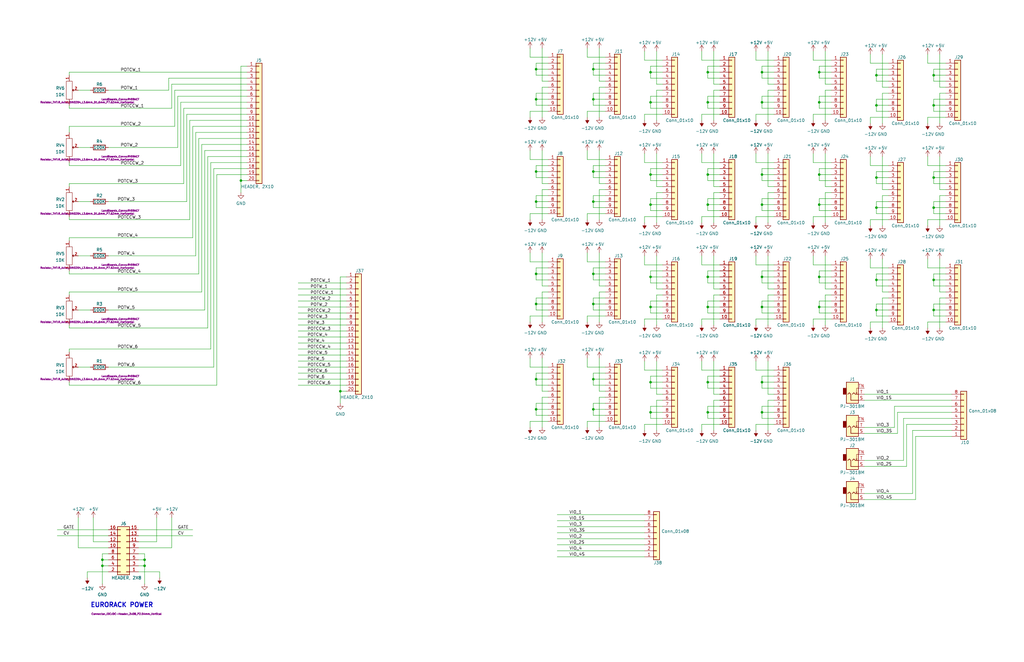
<source format=kicad_sch>
(kicad_sch (version 20211123) (generator eeschema)
  (paper "B")
  (title_block (title "ER-PROTO-DB-01") (date "2022-10-19") (rev "1"))
  (junction (at 321.31 116.84))
  (junction (at 298.45 43.18))
  (junction (at 393.7 44.45))
  (junction (at 298.45 116.84))
  (junction (at 250.19 41.91))
  (junction (at 345.44 116.84))
  (junction (at 226.06 160.02))
  (junction (at 298.45 73.66))
  (junction (at 43.18 238.76))
  (junction (at 250.19 160.02))
  (junction (at 226.06 72.39))
  (junction (at 60.96 238.76))
  (junction (at 369.57 74.93))
  (junction (at 250.19 85.09))
  (junction (at 321.31 30.48))
  (junction (at 226.06 85.09))
  (junction (at 101.6 76.2))
  (junction (at 321.31 43.18))
  (junction (at 298.45 173.99))
  (junction (at 298.45 161.29))
  (junction (at 393.7 74.93))
  (junction (at 345.44 30.48))
  (junction (at 274.32 173.99))
  (junction (at 321.31 73.66))
  (junction (at 369.57 31.75))
  (junction (at 226.06 29.21))
  (junction (at 43.18 236.22))
  (junction (at 345.44 86.36))
  (junction (at 226.06 172.72))
  (junction (at 345.44 129.54))
  (junction (at 226.06 128.27))
  (junction (at 321.31 86.36))
  (junction (at 393.7 130.81))
  (junction (at 226.06 41.91))
  (junction (at 369.57 118.11))
  (junction (at 274.32 73.66))
  (junction (at 321.31 161.29))
  (junction (at 345.44 43.18))
  (junction (at 274.32 86.36))
  (junction (at 250.19 29.21))
  (junction (at 369.57 87.63))
  (junction (at 274.32 116.84))
  (junction (at 250.19 128.27))
  (junction (at 60.96 236.22))
  (junction (at 393.7 31.75))
  (junction (at 393.7 87.63))
  (junction (at 321.31 129.54))
  (junction (at 274.32 129.54))
  (junction (at 143.51 165.1))
  (junction (at 298.45 129.54))
  (junction (at 274.32 161.29))
  (junction (at 250.19 172.72))
  (junction (at 369.57 130.81))
  (junction (at 298.45 86.36))
  (junction (at 298.45 30.48))
  (junction (at 393.7 118.11))
  (junction (at 274.32 43.18))
  (junction (at 345.44 73.66))
  (junction (at 226.06 115.57))
  (junction (at 321.31 173.99))
  (junction (at 250.19 72.39))
  (junction (at 369.57 44.45))
  (junction (at 274.32 30.48))
  (junction (at 250.19 115.57))
  (wire (pts (xy 374.65 69.85) (xy 367.03 69.85)))
  (wire (pts (xy 276.86 81.28) (xy 276.86 93.98)))
  (wire (pts (xy 295.91 179.07) (xy 295.91 181.61)))
  (wire (pts (xy 226.06 128.27) (xy 226.06 130.81)))
  (wire (pts (xy 274.32 33.02) (xy 279.4 33.02)))
  (wire (pts (xy 298.45 86.36) (xy 298.45 88.9)))
  (wire (pts (xy 234.95 224.79) (xy 271.78 224.79)))
  (wire (pts (xy 367.03 26.67) (xy 367.03 22.86)))
  (wire (pts (xy 350.52 68.58) (xy 342.9 68.58)))
  (wire (pts (xy 398.78 80.01) (xy 396.24 80.01)))
  (wire (pts (xy 398.78 135.89) (xy 391.16 135.89)))
  (wire (pts (xy 276.86 124.46) (xy 276.86 137.16)))
  (wire (pts (xy 274.32 86.36) (xy 274.32 88.9)))
  (wire (pts (xy 393.7 130.81) (xy 393.7 133.35)))
  (wire (pts (xy 326.39 81.28) (xy 323.85 81.28)))
  (wire (pts (xy 295.91 48.26) (xy 295.91 50.8)))
  (wire (pts (xy 298.45 163.83) (xy 303.53 163.83)))
  (wire (pts (xy 274.32 30.48) (xy 274.32 33.02)))
  (wire (pts (xy 274.32 83.82) (xy 274.32 86.36)))
  (wire (pts (xy 321.31 119.38) (xy 326.39 119.38)))
  (wire (pts (xy 125.73 121.92) (xy 146.05 121.92)))
  (wire (pts (xy 250.19 172.72) (xy 255.27 172.72)))
  (wire (pts (xy 393.7 29.21) (xy 393.7 31.75)))
  (wire (pts (xy 87.63 138.43) (xy 87.63 66.04)))
  (wire (pts (xy 58.42 226.06) (xy 81.28 226.06)))
  (wire (pts (xy 303.53 166.37) (xy 300.99 166.37)))
  (wire (pts (xy 104.14 60.96) (xy 85.09 60.96)))
  (wire (pts (xy 271.78 134.62) (xy 271.78 137.16)))
  (wire (pts (xy 350.52 134.62) (xy 342.9 134.62)))
  (wire (pts (xy 279.4 78.74) (xy 276.86 78.74)))
  (wire (pts (xy 76.2 69.85) (xy 76.2 43.18)))
  (wire (pts (xy 29.21 91.44) (xy 29.21 92.71)))
  (wire (pts (xy 300.99 168.91) (xy 300.99 181.61)))
  (wire (pts (xy 298.45 127) (xy 298.45 129.54)))
  (wire (pts (xy 345.44 73.66) (xy 350.52 73.66)))
  (wire (pts (xy 350.52 48.26) (xy 342.9 48.26)))
  (wire (pts (xy 350.52 35.56) (xy 347.98 35.56)))
  (wire (pts (xy 271.78 111.76) (xy 271.78 107.95)))
  (wire (pts (xy 231.14 123.19) (xy 228.6 123.19)))
  (wire (pts (xy 104.14 53.34) (xy 81.28 53.34)))
  (wire (pts (xy 398.78 49.53) (xy 391.16 49.53)))
  (wire (pts (xy 318.77 156.21) (xy 318.77 152.4)))
  (wire (pts (xy 82.55 107.95) (xy 45.72 107.95)))
  (wire (pts (xy 228.6 80.01) (xy 228.6 92.71)))
  (wire (pts (xy 255.27 90.17) (xy 247.65 90.17)))
  (wire (pts (xy 279.4 114.3) (xy 274.32 114.3)))
  (wire (pts (xy 24.13 223.52) (xy 45.72 223.52)))
  (wire (pts (xy 276.86 38.1) (xy 276.86 50.8)))
  (wire (pts (xy 393.7 120.65) (xy 398.78 120.65)))
  (wire (pts (xy 104.14 63.5) (xy 86.36 63.5)))
  (wire (pts (xy 342.9 111.76) (xy 342.9 107.95)))
  (wire (pts (xy 326.39 156.21) (xy 318.77 156.21)))
  (wire (pts (xy 321.31 43.18) (xy 326.39 43.18)))
  (wire (pts (xy 143.51 165.1) (xy 146.05 165.1)))
  (wire (pts (xy 29.21 68.58) (xy 29.21 69.85)))
  (wire (pts (xy 364.49 194.31) (xy 381 194.31)))
  (wire (pts (xy 298.45 114.3) (xy 298.45 116.84)))
  (wire (pts (xy 377.19 180.34) (xy 377.19 171.45)))
  (wire (pts (xy 318.77 68.58) (xy 318.77 64.77)))
  (wire (pts (xy 350.52 124.46) (xy 347.98 124.46)))
  (wire (pts (xy 90.17 71.12) (xy 90.17 154.94)))
  (wire (pts (xy 271.78 156.21) (xy 271.78 152.4)))
  (wire (pts (xy 323.85 21.59) (xy 323.85 35.56)))
  (wire (pts (xy 228.6 123.19) (xy 228.6 135.89)))
  (wire (pts (xy 321.31 173.99) (xy 326.39 173.99)))
  (wire (pts (xy 274.32 73.66) (xy 279.4 73.66)))
  (wire (pts (xy 374.65 36.83) (xy 372.11 36.83)))
  (wire (pts (xy 369.57 44.45) (xy 369.57 46.99)))
  (wire (pts (xy 83.82 58.42) (xy 83.82 115.57)))
  (wire (pts (xy 226.06 26.67) (xy 226.06 29.21)))
  (wire (pts (xy 226.06 87.63) (xy 231.14 87.63)))
  (wire (pts (xy 347.98 21.59) (xy 347.98 35.56)))
  (wire (pts (xy 303.53 27.94) (xy 298.45 27.94)))
  (wire (pts (xy 384.81 181.61) (xy 401.32 181.61)))
  (wire (pts (xy 24.13 226.06) (xy 45.72 226.06)))
  (wire (pts (xy 374.65 49.53) (xy 367.03 49.53)))
  (wire (pts (xy 231.14 82.55) (xy 226.06 82.55)))
  (wire (pts (xy 274.32 116.84) (xy 274.32 119.38)))
  (wire (pts (xy 226.06 172.72) (xy 231.14 172.72)))
  (wire (pts (xy 279.4 134.62) (xy 271.78 134.62)))
  (wire (pts (xy 342.9 134.62) (xy 342.9 137.16)))
  (wire (pts (xy 303.53 81.28) (xy 300.99 81.28)))
  (wire (pts (xy 226.06 44.45) (xy 231.14 44.45)))
  (wire (pts (xy 252.73 20.32) (xy 252.73 34.29)))
  (wire (pts (xy 33.02 218.44) (xy 33.02 231.14)))
  (wire (pts (xy 345.44 76.2) (xy 350.52 76.2)))
  (wire (pts (xy 374.65 125.73) (xy 372.11 125.73)))
  (wire (pts (xy 38.1 154.94) (xy 33.02 154.94)))
  (wire (pts (xy 223.52 133.35) (xy 223.52 135.89)))
  (wire (pts (xy 342.9 25.4) (xy 342.9 21.59)))
  (wire (pts (xy 223.52 24.13) (xy 223.52 20.32)))
  (wire (pts (xy 393.7 41.91) (xy 393.7 44.45)))
  (wire (pts (xy 58.42 223.52) (xy 81.28 223.52)))
  (wire (pts (xy 369.57 118.11) (xy 369.57 120.65)))
  (wire (pts (xy 279.4 124.46) (xy 276.86 124.46)))
  (wire (pts (xy 255.27 157.48) (xy 250.19 157.48)))
  (wire (pts (xy 250.19 118.11) (xy 255.27 118.11)))
  (wire (pts (xy 250.19 85.09) (xy 255.27 85.09)))
  (wire (pts (xy 398.78 113.03) (xy 391.16 113.03)))
  (wire (pts (xy 391.16 49.53) (xy 391.16 52.07)))
  (wire (pts (xy 350.52 83.82) (xy 345.44 83.82)))
  (wire (pts (xy 321.31 163.83) (xy 326.39 163.83)))
  (wire (pts (xy 231.14 36.83) (xy 228.6 36.83)))
  (wire (pts (xy 298.45 86.36) (xy 303.53 86.36)))
  (wire (pts (xy 298.45 158.75) (xy 298.45 161.29)))
  (wire (pts (xy 303.53 40.64) (xy 298.45 40.64)))
  (wire (pts (xy 326.39 78.74) (xy 323.85 78.74)))
  (wire (pts (xy 300.99 124.46) (xy 300.99 137.16)))
  (wire (pts (xy 300.99 107.95) (xy 300.99 121.92)))
  (wire (pts (xy 271.78 179.07) (xy 271.78 181.61)))
  (wire (pts (xy 303.53 83.82) (xy 298.45 83.82)))
  (wire (pts (xy 91.44 73.66) (xy 91.44 162.56)))
  (wire (pts (xy 326.39 134.62) (xy 318.77 134.62)))
  (wire (pts (xy 369.57 87.63) (xy 374.65 87.63)))
  (wire (pts (xy 146.05 116.84) (xy 143.51 116.84)))
  (wire (pts (xy 274.32 173.99) (xy 279.4 173.99)))
  (wire (pts (xy 247.65 133.35) (xy 247.65 135.89)))
  (wire (pts (xy 274.32 30.48) (xy 279.4 30.48)))
  (wire (pts (xy 29.21 124.46) (xy 29.21 123.19)))
  (wire (pts (xy 345.44 116.84) (xy 345.44 119.38)))
  (wire (pts (xy 279.4 71.12) (xy 274.32 71.12)))
  (wire (pts (xy 255.27 82.55) (xy 250.19 82.55)))
  (wire (pts (xy 231.14 157.48) (xy 226.06 157.48)))
  (wire (pts (xy 345.44 45.72) (xy 350.52 45.72)))
  (wire (pts (xy 250.19 72.39) (xy 255.27 72.39)))
  (wire (pts (xy 143.51 165.1) (xy 143.51 170.18)))
  (wire (pts (xy 298.45 43.18) (xy 298.45 45.72)))
  (wire (pts (xy 250.19 160.02) (xy 250.19 162.56)))
  (wire (pts (xy 295.91 68.58) (xy 295.91 64.77)))
  (wire (pts (xy 250.19 29.21) (xy 250.19 31.75)))
  (wire (pts (xy 276.86 168.91) (xy 276.86 181.61)))
  (wire (pts (xy 369.57 130.81) (xy 374.65 130.81)))
  (wire (pts (xy 372.11 22.86) (xy 372.11 36.83)))
  (wire (pts (xy 39.37 228.6) (xy 39.37 218.44)))
  (wire (pts (xy 255.27 133.35) (xy 247.65 133.35)))
  (wire (pts (xy 369.57 41.91) (xy 369.57 44.45)))
  (wire (pts (xy 326.39 71.12) (xy 321.31 71.12)))
  (wire (pts (xy 60.96 233.68) (xy 60.96 236.22)))
  (wire (pts (xy 231.14 67.31) (xy 223.52 67.31)))
  (wire (pts (xy 29.21 45.72) (xy 72.39 45.72)))
  (wire (pts (xy 86.36 63.5) (xy 86.36 130.81)))
  (wire (pts (xy 29.21 147.32) (xy 88.9 147.32)))
  (wire (pts (xy 231.14 69.85) (xy 226.06 69.85)))
  (wire (pts (xy 274.32 129.54) (xy 274.32 132.08)))
  (wire (pts (xy 326.39 48.26) (xy 318.77 48.26)))
  (wire (pts (xy 374.65 113.03) (xy 367.03 113.03)))
  (wire (pts (xy 303.53 179.07) (xy 295.91 179.07)))
  (wire (pts (xy 223.52 177.8) (xy 223.52 180.34)))
  (wire (pts (xy 303.53 111.76) (xy 295.91 111.76)))
  (wire (pts (xy 247.65 177.8) (xy 247.65 180.34)))
  (wire (pts (xy 298.45 45.72) (xy 303.53 45.72)))
  (wire (pts (xy 226.06 162.56) (xy 231.14 162.56)))
  (wire (pts (xy 321.31 129.54) (xy 321.31 132.08)))
  (wire (pts (xy 374.65 39.37) (xy 372.11 39.37)))
  (wire (pts (xy 350.52 78.74) (xy 347.98 78.74)))
  (wire (pts (xy 226.06 125.73) (xy 226.06 128.27)))
  (wire (pts (xy 231.14 46.99) (xy 223.52 46.99)))
  (wire (pts (xy 321.31 171.45) (xy 321.31 173.99)))
  (wire (pts (xy 279.4 25.4) (xy 271.78 25.4)))
  (wire (pts (xy 250.19 87.63) (xy 255.27 87.63)))
  (wire (pts (xy 87.63 66.04) (xy 104.14 66.04)))
  (wire (pts (xy 66.04 218.44) (xy 66.04 228.6)))
  (wire (pts (xy 250.19 44.45) (xy 255.27 44.45)))
  (wire (pts (xy 274.32 163.83) (xy 279.4 163.83)))
  (wire (pts (xy 250.19 39.37) (xy 250.19 41.91)))
  (wire (pts (xy 36.83 241.3) (xy 45.72 241.3)))
  (wire (pts (xy 350.52 40.64) (xy 345.44 40.64)))
  (wire (pts (xy 226.06 41.91) (xy 226.06 44.45)))
  (wire (pts (xy 29.21 138.43) (xy 87.63 138.43)))
  (wire (pts (xy 321.31 116.84) (xy 326.39 116.84)))
  (wire (pts (xy 231.14 26.67) (xy 226.06 26.67)))
  (wire (pts (xy 255.27 170.18) (xy 250.19 170.18)))
  (wire (pts (xy 58.42 238.76) (xy 60.96 238.76)))
  (wire (pts (xy 303.53 158.75) (xy 298.45 158.75)))
  (wire (pts (xy 29.21 162.56) (xy 91.44 162.56)))
  (wire (pts (xy 226.06 118.11) (xy 231.14 118.11)))
  (wire (pts (xy 29.21 161.29) (xy 29.21 162.56)))
  (wire (pts (xy 298.45 30.48) (xy 298.45 33.02)))
  (wire (pts (xy 274.32 132.08) (xy 279.4 132.08)))
  (wire (pts (xy 279.4 179.07) (xy 271.78 179.07)))
  (wire (pts (xy 247.65 24.13) (xy 247.65 20.32)))
  (wire (pts (xy 255.27 167.64) (xy 252.73 167.64)))
  (wire (pts (xy 250.19 172.72) (xy 250.19 175.26)))
  (wire (pts (xy 298.45 73.66) (xy 303.53 73.66)))
  (wire (pts (xy 247.65 90.17) (xy 247.65 92.71)))
  (wire (pts (xy 393.7 85.09) (xy 393.7 87.63)))
  (wire (pts (xy 125.73 137.16) (xy 146.05 137.16)))
  (wire (pts (xy 298.45 161.29) (xy 298.45 163.83)))
  (wire (pts (xy 326.39 158.75) (xy 321.31 158.75)))
  (wire (pts (xy 29.21 30.48) (xy 29.21 31.75)))
  (wire (pts (xy 45.72 228.6) (xy 39.37 228.6)))
  (wire (pts (xy 82.55 55.88) (xy 82.55 107.95)))
  (wire (pts (xy 255.27 69.85) (xy 250.19 69.85)))
  (wire (pts (xy 45.72 154.94) (xy 90.17 154.94)))
  (wire (pts (xy 250.19 162.56) (xy 255.27 162.56)))
  (wire (pts (xy 303.53 48.26) (xy 295.91 48.26)))
  (wire (pts (xy 342.9 91.44) (xy 342.9 93.98)))
  (wire (pts (xy 364.49 210.82) (xy 386.08 210.82)))
  (wire (pts (xy 393.7 74.93) (xy 393.7 77.47)))
  (wire (pts (xy 369.57 118.11) (xy 374.65 118.11)))
  (wire (pts (xy 367.03 69.85) (xy 367.03 66.04)))
  (wire (pts (xy 298.45 116.84) (xy 298.45 119.38)))
  (wire (pts (xy 228.6 20.32) (xy 228.6 34.29)))
  (wire (pts (xy 252.73 167.64) (xy 252.73 180.34)))
  (wire (pts (xy 321.31 30.48) (xy 321.31 33.02)))
  (wire (pts (xy 398.78 85.09) (xy 393.7 85.09)))
  (wire (pts (xy 350.52 38.1) (xy 347.98 38.1)))
  (wire (pts (xy 250.19 115.57) (xy 250.19 118.11)))
  (wire (pts (xy 345.44 40.64) (xy 345.44 43.18)))
  (wire (pts (xy 391.16 69.85) (xy 391.16 66.04)))
  (wire (pts (xy 303.53 168.91) (xy 300.99 168.91)))
  (wire (pts (xy 226.06 160.02) (xy 226.06 162.56)))
  (wire (pts (xy 223.52 154.94) (xy 223.52 151.13)))
  (wire (pts (xy 321.31 27.94) (xy 321.31 30.48)))
  (wire (pts (xy 398.78 26.67) (xy 391.16 26.67)))
  (wire (pts (xy 372.11 109.22) (xy 372.11 123.19)))
  (wire (pts (xy 350.52 71.12) (xy 345.44 71.12)))
  (wire (pts (xy 345.44 129.54) (xy 345.44 132.08)))
  (wire (pts (xy 250.19 41.91) (xy 255.27 41.91)))
  (wire (pts (xy 274.32 129.54) (xy 279.4 129.54)))
  (wire (pts (xy 374.65 82.55) (xy 372.11 82.55)))
  (wire (pts (xy 29.21 55.88) (xy 29.21 53.34)))
  (wire (pts (xy 125.73 139.7) (xy 146.05 139.7)))
  (wire (pts (xy 374.65 72.39) (xy 369.57 72.39)))
  (wire (pts (xy 250.19 74.93) (xy 255.27 74.93)))
  (wire (pts (xy 255.27 177.8) (xy 247.65 177.8)))
  (wire (pts (xy 252.73 106.68) (xy 252.73 120.65)))
  (wire (pts (xy 271.78 48.26) (xy 271.78 50.8)))
  (wire (pts (xy 274.32 76.2) (xy 279.4 76.2)))
  (wire (pts (xy 29.21 69.85) (xy 76.2 69.85)))
  (wire (pts (xy 228.6 106.68) (xy 228.6 120.65)))
  (wire (pts (xy 38.1 85.09) (xy 33.02 85.09)))
  (wire (pts (xy 326.39 91.44) (xy 318.77 91.44)))
  (wire (pts (xy 250.19 72.39) (xy 250.19 74.93)))
  (wire (pts (xy 226.06 115.57) (xy 226.06 118.11)))
  (wire (pts (xy 226.06 175.26) (xy 231.14 175.26)))
  (wire (pts (xy 323.85 64.77) (xy 323.85 78.74)))
  (wire (pts (xy 342.9 48.26) (xy 342.9 50.8)))
  (wire (pts (xy 377.19 171.45) (xy 401.32 171.45)))
  (wire (pts (xy 393.7 77.47) (xy 398.78 77.47)))
  (wire (pts (xy 295.91 134.62) (xy 295.91 137.16)))
  (wire (pts (xy 372.11 82.55) (xy 372.11 95.25)))
  (wire (pts (xy 364.49 182.88) (xy 378.46 182.88)))
  (wire (pts (xy 326.39 171.45) (xy 321.31 171.45)))
  (wire (pts (xy 231.14 170.18) (xy 226.06 170.18)))
  (wire (pts (xy 125.73 160.02) (xy 146.05 160.02)))
  (wire (pts (xy 45.72 231.14) (xy 33.02 231.14)))
  (wire (pts (xy 393.7 128.27) (xy 393.7 130.81)))
  (wire (pts (xy 393.7 34.29) (xy 398.78 34.29)))
  (wire (pts (xy 342.9 68.58) (xy 342.9 64.77)))
  (wire (pts (xy 43.18 238.76) (xy 43.18 246.38)))
  (wire (pts (xy 226.06 115.57) (xy 231.14 115.57)))
  (wire (pts (xy 58.42 231.14) (xy 72.39 231.14)))
  (wire (pts (xy 252.73 151.13) (xy 252.73 165.1)))
  (wire (pts (xy 231.14 77.47) (xy 228.6 77.47)))
  (wire (pts (xy 255.27 24.13) (xy 247.65 24.13)))
  (wire (pts (xy 369.57 34.29) (xy 374.65 34.29)))
  (wire (pts (xy 234.95 232.41) (xy 271.78 232.41)))
  (wire (pts (xy 125.73 132.08) (xy 146.05 132.08)))
  (wire (pts (xy 29.21 77.47) (xy 77.47 77.47)))
  (wire (pts (xy 279.4 168.91) (xy 276.86 168.91)))
  (wire (pts (xy 76.2 43.18) (xy 104.14 43.18)))
  (wire (pts (xy 125.73 154.94) (xy 146.05 154.94)))
  (wire (pts (xy 101.6 27.94) (xy 101.6 76.2)))
  (wire (pts (xy 279.4 171.45) (xy 274.32 171.45)))
  (wire (pts (xy 303.53 127) (xy 298.45 127)))
  (wire (pts (xy 350.52 91.44) (xy 342.9 91.44)))
  (wire (pts (xy 45.72 85.09) (xy 78.74 85.09)))
  (wire (pts (xy 226.06 157.48) (xy 226.06 160.02)))
  (wire (pts (xy 274.32 158.75) (xy 274.32 161.29)))
  (wire (pts (xy 318.77 111.76) (xy 318.77 107.95)))
  (wire (pts (xy 326.39 179.07) (xy 318.77 179.07)))
  (wire (pts (xy 81.28 53.34) (xy 81.28 100.33)))
  (wire (pts (xy 274.32 161.29) (xy 274.32 163.83)))
  (wire (pts (xy 398.78 128.27) (xy 393.7 128.27)))
  (wire (pts (xy 252.73 36.83) (xy 252.73 49.53)))
  (wire (pts (xy 226.06 74.93) (xy 231.14 74.93)))
  (wire (pts (xy 369.57 77.47) (xy 374.65 77.47)))
  (wire (pts (xy 326.39 83.82) (xy 321.31 83.82)))
  (wire (pts (xy 271.78 25.4) (xy 271.78 21.59)))
  (wire (pts (xy 231.14 34.29) (xy 228.6 34.29)))
  (wire (pts (xy 250.19 85.09) (xy 250.19 87.63)))
  (wire (pts (xy 228.6 167.64) (xy 228.6 180.34)))
  (wire (pts (xy 38.1 130.81) (xy 33.02 130.81)))
  (wire (pts (xy 73.66 53.34) (xy 73.66 38.1)))
  (wire (pts (xy 374.65 85.09) (xy 369.57 85.09)))
  (wire (pts (xy 391.16 26.67) (xy 391.16 22.86)))
  (wire (pts (xy 321.31 88.9) (xy 326.39 88.9)))
  (wire (pts (xy 321.31 129.54) (xy 326.39 129.54)))
  (wire (pts (xy 374.65 80.01) (xy 372.11 80.01)))
  (wire (pts (xy 228.6 151.13) (xy 228.6 165.1)))
  (wire (pts (xy 321.31 161.29) (xy 321.31 163.83)))
  (wire (pts (xy 298.45 129.54) (xy 298.45 132.08)))
  (wire (pts (xy 378.46 182.88) (xy 378.46 173.99)))
  (wire (pts (xy 298.45 161.29) (xy 303.53 161.29)))
  (wire (pts (xy 279.4 38.1) (xy 276.86 38.1)))
  (wire (pts (xy 279.4 68.58) (xy 271.78 68.58)))
  (wire (pts (xy 78.74 48.26) (xy 78.74 85.09)))
  (wire (pts (xy 367.03 49.53) (xy 367.03 52.07)))
  (wire (pts (xy 298.45 73.66) (xy 298.45 76.2)))
  (wire (pts (xy 303.53 25.4) (xy 295.91 25.4)))
  (wire (pts (xy 43.18 233.68) (xy 43.18 236.22)))
  (wire (pts (xy 125.73 144.78) (xy 146.05 144.78)))
  (wire (pts (xy 298.45 132.08) (xy 303.53 132.08)))
  (wire (pts (xy 279.4 27.94) (xy 274.32 27.94)))
  (wire (pts (xy 255.27 34.29) (xy 252.73 34.29)))
  (wire (pts (xy 298.45 119.38) (xy 303.53 119.38)))
  (wire (pts (xy 250.19 160.02) (xy 255.27 160.02)))
  (wire (pts (xy 345.44 116.84) (xy 350.52 116.84)))
  (wire (pts (xy 298.45 33.02) (xy 303.53 33.02)))
  (wire (pts (xy 384.81 208.28) (xy 384.81 181.61)))
  (wire (pts (xy 303.53 38.1) (xy 300.99 38.1)))
  (wire (pts (xy 393.7 133.35) (xy 398.78 133.35)))
  (wire (pts (xy 250.19 69.85) (xy 250.19 72.39)))
  (wire (pts (xy 386.08 184.15) (xy 401.32 184.15)))
  (wire (pts (xy 226.06 41.91) (xy 231.14 41.91)))
  (wire (pts (xy 300.99 21.59) (xy 300.99 35.56)))
  (wire (pts (xy 372.11 66.04) (xy 372.11 80.01)))
  (wire (pts (xy 347.98 124.46) (xy 347.98 137.16)))
  (wire (pts (xy 321.31 30.48) (xy 326.39 30.48)))
  (wire (pts (xy 321.31 173.99) (xy 321.31 176.53)))
  (wire (pts (xy 326.39 127) (xy 321.31 127)))
  (wire (pts (xy 86.36 130.81) (xy 45.72 130.81)))
  (wire (pts (xy 234.95 234.95) (xy 271.78 234.95)))
  (wire (pts (xy 250.19 31.75) (xy 255.27 31.75)))
  (wire (pts (xy 396.24 125.73) (xy 396.24 138.43)))
  (wire (pts (xy 250.19 130.81) (xy 255.27 130.81)))
  (wire (pts (xy 77.47 77.47) (xy 77.47 45.72)))
  (wire (pts (xy 81.28 100.33) (xy 29.21 100.33)))
  (wire (pts (xy 234.95 229.87) (xy 271.78 229.87)))
  (wire (pts (xy 231.14 165.1) (xy 228.6 165.1)))
  (wire (pts (xy 279.4 48.26) (xy 271.78 48.26)))
  (wire (pts (xy 125.73 124.46) (xy 146.05 124.46)))
  (wire (pts (xy 364.49 196.85) (xy 382.27 196.85)))
  (wire (pts (xy 298.45 43.18) (xy 303.53 43.18)))
  (wire (pts (xy 298.45 173.99) (xy 298.45 176.53)))
  (wire (pts (xy 104.14 33.02) (xy 71.12 33.02)))
  (wire (pts (xy 326.39 168.91) (xy 323.85 168.91)))
  (wire (pts (xy 398.78 29.21) (xy 393.7 29.21)))
  (wire (pts (xy 326.39 25.4) (xy 318.77 25.4)))
  (wire (pts (xy 345.44 43.18) (xy 345.44 45.72)))
  (wire (pts (xy 255.27 154.94) (xy 247.65 154.94)))
  (wire (pts (xy 393.7 44.45) (xy 398.78 44.45)))
  (wire (pts (xy 74.93 62.23) (xy 74.93 40.64)))
  (wire (pts (xy 43.18 238.76) (xy 45.72 238.76)))
  (wire (pts (xy 345.44 27.94) (xy 345.44 30.48)))
  (wire (pts (xy 374.65 128.27) (xy 369.57 128.27)))
  (wire (pts (xy 303.53 171.45) (xy 298.45 171.45)))
  (wire (pts (xy 372.11 125.73) (xy 372.11 138.43)))
  (wire (pts (xy 274.32 71.12) (xy 274.32 73.66)))
  (wire (pts (xy 271.78 68.58) (xy 271.78 64.77)))
  (wire (pts (xy 369.57 74.93) (xy 369.57 77.47)))
  (wire (pts (xy 345.44 43.18) (xy 350.52 43.18)))
  (wire (pts (xy 276.86 107.95) (xy 276.86 121.92)))
  (wire (pts (xy 303.53 124.46) (xy 300.99 124.46)))
  (wire (pts (xy 321.31 73.66) (xy 326.39 73.66)))
  (wire (pts (xy 345.44 73.66) (xy 345.44 76.2)))
  (wire (pts (xy 255.27 46.99) (xy 247.65 46.99)))
  (wire (pts (xy 255.27 165.1) (xy 252.73 165.1)))
  (wire (pts (xy 104.14 48.26) (xy 78.74 48.26)))
  (wire (pts (xy 345.44 88.9) (xy 350.52 88.9)))
  (wire (pts (xy 396.24 66.04) (xy 396.24 80.01)))
  (wire (pts (xy 350.52 111.76) (xy 342.9 111.76)))
  (wire (pts (xy 295.91 25.4) (xy 295.91 21.59)))
  (wire (pts (xy 323.85 38.1) (xy 323.85 50.8)))
  (wire (pts (xy 345.44 33.02) (xy 350.52 33.02)))
  (wire (pts (xy 226.06 72.39) (xy 231.14 72.39)))
  (wire (pts (xy 88.9 68.58) (xy 88.9 147.32)))
  (wire (pts (xy 276.86 21.59) (xy 276.86 35.56)))
  (wire (pts (xy 29.21 114.3) (xy 29.21 115.57)))
  (wire (pts (xy 72.39 218.44) (xy 72.39 231.14)))
  (wire (pts (xy 300.99 64.77) (xy 300.99 78.74)))
  (wire (pts (xy 396.24 82.55) (xy 396.24 95.25)))
  (wire (pts (xy 374.65 115.57) (xy 369.57 115.57)))
  (wire (pts (xy 303.53 35.56) (xy 300.99 35.56)))
  (wire (pts (xy 226.06 113.03) (xy 226.06 115.57)))
  (wire (pts (xy 223.52 46.99) (xy 223.52 49.53)))
  (wire (pts (xy 274.32 43.18) (xy 279.4 43.18)))
  (wire (pts (xy 321.31 71.12) (xy 321.31 73.66)))
  (wire (pts (xy 29.21 148.59) (xy 29.21 147.32)))
  (wire (pts (xy 398.78 36.83) (xy 396.24 36.83)))
  (wire (pts (xy 274.32 116.84) (xy 279.4 116.84)))
  (wire (pts (xy 318.77 91.44) (xy 318.77 93.98)))
  (wire (pts (xy 347.98 38.1) (xy 347.98 50.8)))
  (wire (pts (xy 279.4 83.82) (xy 274.32 83.82)))
  (wire (pts (xy 73.66 38.1) (xy 104.14 38.1)))
  (wire (pts (xy 321.31 161.29) (xy 326.39 161.29)))
  (wire (pts (xy 255.27 125.73) (xy 250.19 125.73)))
  (wire (pts (xy 255.27 36.83) (xy 252.73 36.83)))
  (wire (pts (xy 255.27 120.65) (xy 252.73 120.65)))
  (wire (pts (xy 393.7 87.63) (xy 393.7 90.17)))
  (wire (pts (xy 318.77 134.62) (xy 318.77 137.16)))
  (wire (pts (xy 80.01 50.8) (xy 80.01 92.71)))
  (wire (pts (xy 369.57 130.81) (xy 369.57 133.35)))
  (wire (pts (xy 321.31 114.3) (xy 321.31 116.84)))
  (wire (pts (xy 321.31 33.02) (xy 326.39 33.02)))
  (wire (pts (xy 101.6 76.2) (xy 101.6 81.28)))
  (wire (pts (xy 367.03 92.71) (xy 367.03 95.25)))
  (wire (pts (xy 318.77 179.07) (xy 318.77 181.61)))
  (wire (pts (xy 393.7 115.57) (xy 393.7 118.11)))
  (wire (pts (xy 391.16 113.03) (xy 391.16 109.22)))
  (wire (pts (xy 80.01 92.71) (xy 29.21 92.71)))
  (wire (pts (xy 381 176.53) (xy 401.32 176.53)))
  (wire (pts (xy 393.7 90.17) (xy 398.78 90.17)))
  (wire (pts (xy 393.7 74.93) (xy 398.78 74.93)))
  (wire (pts (xy 279.4 35.56) (xy 276.86 35.56)))
  (wire (pts (xy 393.7 44.45) (xy 393.7 46.99)))
  (wire (pts (xy 29.21 78.74) (xy 29.21 77.47)))
  (wire (pts (xy 374.65 41.91) (xy 369.57 41.91)))
  (wire (pts (xy 228.6 63.5) (xy 228.6 77.47)))
  (wire (pts (xy 321.31 176.53) (xy 326.39 176.53)))
  (wire (pts (xy 350.52 25.4) (xy 342.9 25.4)))
  (wire (pts (xy 274.32 86.36) (xy 279.4 86.36)))
  (wire (pts (xy 234.95 219.71) (xy 271.78 219.71)))
  (wire (pts (xy 326.39 114.3) (xy 321.31 114.3)))
  (wire (pts (xy 298.45 40.64) (xy 298.45 43.18)))
  (wire (pts (xy 303.53 121.92) (xy 300.99 121.92)))
  (wire (pts (xy 345.44 83.82) (xy 345.44 86.36)))
  (wire (pts (xy 393.7 118.11) (xy 398.78 118.11)))
  (wire (pts (xy 303.53 91.44) (xy 295.91 91.44)))
  (wire (pts (xy 374.65 123.19) (xy 372.11 123.19)))
  (wire (pts (xy 58.42 241.3) (xy 67.31 241.3)))
  (wire (pts (xy 345.44 129.54) (xy 350.52 129.54)))
  (wire (pts (xy 276.86 64.77) (xy 276.86 78.74)))
  (wire (pts (xy 345.44 30.48) (xy 345.44 33.02)))
  (wire (pts (xy 250.19 26.67) (xy 250.19 29.21)))
  (wire (pts (xy 226.06 128.27) (xy 231.14 128.27)))
  (wire (pts (xy 125.73 127) (xy 146.05 127)))
  (wire (pts (xy 303.53 68.58) (xy 295.91 68.58)))
  (wire (pts (xy 29.21 123.19) (xy 85.09 123.19)))
  (wire (pts (xy 326.39 35.56) (xy 323.85 35.56)))
  (wire (pts (xy 345.44 119.38) (xy 350.52 119.38)))
  (wire (pts (xy 364.49 168.91) (xy 401.32 168.91)))
  (wire (pts (xy 125.73 142.24) (xy 146.05 142.24)))
  (wire (pts (xy 125.73 149.86) (xy 146.05 149.86)))
  (wire (pts (xy 347.98 107.95) (xy 347.98 121.92)))
  (wire (pts (xy 347.98 81.28) (xy 347.98 93.98)))
  (wire (pts (xy 58.42 228.6) (xy 66.04 228.6)))
  (wire (pts (xy 279.4 81.28) (xy 276.86 81.28)))
  (wire (pts (xy 274.32 161.29) (xy 279.4 161.29)))
  (wire (pts (xy 274.32 40.64) (xy 274.32 43.18)))
  (wire (pts (xy 226.06 31.75) (xy 231.14 31.75)))
  (wire (pts (xy 321.31 40.64) (xy 321.31 43.18)))
  (wire (pts (xy 247.65 67.31) (xy 247.65 63.5)))
  (wire (pts (xy 255.27 113.03) (xy 250.19 113.03)))
  (wire (pts (xy 321.31 76.2) (xy 326.39 76.2)))
  (wire (pts (xy 279.4 40.64) (xy 274.32 40.64)))
  (wire (pts (xy 345.44 71.12) (xy 345.44 73.66)))
  (wire (pts (xy 369.57 31.75) (xy 369.57 34.29)))
  (wire (pts (xy 226.06 29.21) (xy 226.06 31.75)))
  (wire (pts (xy 43.18 236.22) (xy 43.18 238.76)))
  (wire (pts (xy 318.77 48.26) (xy 318.77 50.8)))
  (wire (pts (xy 298.45 83.82) (xy 298.45 86.36)))
  (wire (pts (xy 45.72 233.68) (xy 43.18 233.68)))
  (wire (pts (xy 298.45 173.99) (xy 303.53 173.99)))
  (wire (pts (xy 45.72 62.23) (xy 74.93 62.23)))
  (wire (pts (xy 279.4 158.75) (xy 274.32 158.75)))
  (wire (pts (xy 29.21 44.45) (xy 29.21 45.72)))
  (wire (pts (xy 223.52 67.31) (xy 223.52 63.5)))
  (wire (pts (xy 364.49 208.28) (xy 384.81 208.28)))
  (wire (pts (xy 279.4 91.44) (xy 271.78 91.44)))
  (wire (pts (xy 226.06 160.02) (xy 231.14 160.02)))
  (wire (pts (xy 367.03 113.03) (xy 367.03 109.22)))
  (wire (pts (xy 250.19 82.55) (xy 250.19 85.09)))
  (wire (pts (xy 393.7 87.63) (xy 398.78 87.63)))
  (wire (pts (xy 250.19 128.27) (xy 250.19 130.81)))
  (wire (pts (xy 255.27 123.19) (xy 252.73 123.19)))
  (wire (pts (xy 125.73 162.56) (xy 146.05 162.56)))
  (wire (pts (xy 274.32 88.9) (xy 279.4 88.9)))
  (wire (pts (xy 396.24 39.37) (xy 396.24 52.07)))
  (wire (pts (xy 231.14 110.49) (xy 223.52 110.49)))
  (wire (pts (xy 350.52 127) (xy 345.44 127)))
  (wire (pts (xy 326.39 111.76) (xy 318.77 111.76)))
  (wire (pts (xy 382.27 179.07) (xy 401.32 179.07)))
  (wire (pts (xy 321.31 45.72) (xy 326.39 45.72)))
  (wire (pts (xy 77.47 45.72) (xy 104.14 45.72)))
  (wire (pts (xy 85.09 60.96) (xy 85.09 123.19)))
  (wire (pts (xy 74.93 40.64) (xy 104.14 40.64)))
  (wire (pts (xy 125.73 147.32) (xy 146.05 147.32)))
  (wire (pts (xy 393.7 118.11) (xy 393.7 120.65)))
  (wire (pts (xy 279.4 156.21) (xy 271.78 156.21)))
  (wire (pts (xy 298.45 88.9) (xy 303.53 88.9)))
  (wire (pts (xy 369.57 29.21) (xy 369.57 31.75)))
  (wire (pts (xy 234.95 227.33) (xy 271.78 227.33)))
  (wire (pts (xy 323.85 124.46) (xy 323.85 137.16)))
  (wire (pts (xy 231.14 90.17) (xy 223.52 90.17)))
  (wire (pts (xy 250.19 170.18) (xy 250.19 172.72)))
  (wire (pts (xy 274.32 171.45) (xy 274.32 173.99)))
  (wire (pts (xy 223.52 110.49) (xy 223.52 106.68)))
  (wire (pts (xy 326.39 38.1) (xy 323.85 38.1)))
  (wire (pts (xy 231.14 133.35) (xy 223.52 133.35)))
  (wire (pts (xy 369.57 44.45) (xy 374.65 44.45)))
  (wire (pts (xy 247.65 110.49) (xy 247.65 106.68)))
  (wire (pts (xy 350.52 27.94) (xy 345.44 27.94)))
  (wire (pts (xy 369.57 120.65) (xy 374.65 120.65)))
  (wire (pts (xy 393.7 46.99) (xy 398.78 46.99)))
  (wire (pts (xy 369.57 74.93) (xy 374.65 74.93)))
  (wire (pts (xy 247.65 46.99) (xy 247.65 49.53)))
  (wire (pts (xy 231.14 154.94) (xy 223.52 154.94)))
  (wire (pts (xy 231.14 120.65) (xy 228.6 120.65)))
  (wire (pts (xy 104.14 27.94) (xy 101.6 27.94)))
  (wire (pts (xy 295.91 156.21) (xy 295.91 152.4)))
  (wire (pts (xy 274.32 27.94) (xy 274.32 30.48)))
  (wire (pts (xy 321.31 116.84) (xy 321.31 119.38)))
  (wire (pts (xy 250.19 29.21) (xy 255.27 29.21)))
  (wire (pts (xy 321.31 73.66) (xy 321.31 76.2)))
  (wire (pts (xy 83.82 115.57) (xy 29.21 115.57)))
  (wire (pts (xy 398.78 125.73) (xy 396.24 125.73)))
  (wire (pts (xy 326.39 40.64) (xy 321.31 40.64)))
  (wire (pts (xy 228.6 36.83) (xy 228.6 49.53)))
  (wire (pts (xy 350.52 81.28) (xy 347.98 81.28)))
  (wire (pts (xy 274.32 127) (xy 274.32 129.54)))
  (wire (pts (xy 250.19 113.03) (xy 250.19 115.57)))
  (wire (pts (xy 226.06 39.37) (xy 226.06 41.91)))
  (wire (pts (xy 374.65 92.71) (xy 367.03 92.71)))
  (wire (pts (xy 104.14 68.58) (xy 88.9 68.58)))
  (wire (pts (xy 226.06 69.85) (xy 226.06 72.39)))
  (wire (pts (xy 104.14 73.66) (xy 91.44 73.66)))
  (wire (pts (xy 398.78 39.37) (xy 396.24 39.37)))
  (wire (pts (xy 104.14 71.12) (xy 90.17 71.12)))
  (wire (pts (xy 369.57 128.27) (xy 369.57 130.81)))
  (wire (pts (xy 300.99 81.28) (xy 300.99 93.98)))
  (wire (pts (xy 72.39 45.72) (xy 72.39 35.56)))
  (wire (pts (xy 295.91 91.44) (xy 295.91 93.98)))
  (wire (pts (xy 396.24 22.86) (xy 396.24 36.83)))
  (wire (pts (xy 321.31 86.36) (xy 326.39 86.36)))
  (wire (pts (xy 386.08 210.82) (xy 386.08 184.15)))
  (wire (pts (xy 393.7 72.39) (xy 393.7 74.93)))
  (wire (pts (xy 398.78 69.85) (xy 391.16 69.85)))
  (wire (pts (xy 226.06 85.09) (xy 231.14 85.09)))
  (wire (pts (xy 58.42 233.68) (xy 60.96 233.68)))
  (wire (pts (xy 391.16 92.71) (xy 391.16 95.25)))
  (wire (pts (xy 252.73 80.01) (xy 252.73 92.71)))
  (wire (pts (xy 29.21 101.6) (xy 29.21 100.33)))
  (wire (pts (xy 393.7 31.75) (xy 393.7 34.29)))
  (wire (pts (xy 367.03 135.89) (xy 367.03 138.43)))
  (wire (pts (xy 369.57 87.63) (xy 369.57 90.17)))
  (wire (pts (xy 226.06 130.81) (xy 231.14 130.81)))
  (wire (pts (xy 72.39 35.56) (xy 104.14 35.56)))
  (wire (pts (xy 231.14 167.64) (xy 228.6 167.64)))
  (wire (pts (xy 303.53 71.12) (xy 298.45 71.12)))
  (wire (pts (xy 250.19 175.26) (xy 255.27 175.26)))
  (wire (pts (xy 250.19 41.91) (xy 250.19 44.45)))
  (wire (pts (xy 345.44 86.36) (xy 350.52 86.36)))
  (wire (pts (xy 369.57 31.75) (xy 374.65 31.75)))
  (wire (pts (xy 369.57 90.17) (xy 374.65 90.17)))
  (wire (pts (xy 276.86 152.4) (xy 276.86 166.37)))
  (wire (pts (xy 125.73 129.54) (xy 146.05 129.54)))
  (wire (pts (xy 143.51 116.84) (xy 143.51 165.1)))
  (wire (pts (xy 323.85 81.28) (xy 323.85 93.98)))
  (wire (pts (xy 125.73 152.4) (xy 146.05 152.4)))
  (wire (pts (xy 250.19 125.73) (xy 250.19 128.27)))
  (wire (pts (xy 274.32 119.38) (xy 279.4 119.38)))
  (wire (pts (xy 298.45 30.48) (xy 303.53 30.48)))
  (wire (pts (xy 298.45 171.45) (xy 298.45 173.99)))
  (wire (pts (xy 369.57 46.99) (xy 374.65 46.99)))
  (wire (pts (xy 104.14 50.8) (xy 80.01 50.8)))
  (wire (pts (xy 345.44 127) (xy 345.44 129.54)))
  (wire (pts (xy 323.85 152.4) (xy 323.85 166.37)))
  (wire (pts (xy 374.65 29.21) (xy 369.57 29.21)))
  (wire (pts (xy 104.14 58.42) (xy 83.82 58.42)))
  (wire (pts (xy 326.39 121.92) (xy 323.85 121.92)))
  (wire (pts (xy 231.14 39.37) (xy 226.06 39.37)))
  (wire (pts (xy 29.21 53.34) (xy 73.66 53.34)))
  (wire (pts (xy 45.72 38.1) (xy 71.12 38.1)))
  (wire (pts (xy 255.27 39.37) (xy 250.19 39.37)))
  (wire (pts (xy 252.73 63.5) (xy 252.73 77.47)))
  (wire (pts (xy 29.21 30.48) (xy 104.14 30.48)))
  (wire (pts (xy 231.14 24.13) (xy 223.52 24.13)))
  (wire (pts (xy 101.6 76.2) (xy 104.14 76.2)))
  (wire (pts (xy 255.27 77.47) (xy 252.73 77.47)))
  (wire (pts (xy 303.53 114.3) (xy 298.45 114.3)))
  (wire (pts (xy 33.02 62.23) (xy 38.1 62.23)))
  (wire (pts (xy 398.78 72.39) (xy 393.7 72.39)))
  (wire (pts (xy 345.44 132.08) (xy 350.52 132.08)))
  (wire (pts (xy 104.14 55.88) (xy 82.55 55.88)))
  (wire (pts (xy 255.27 67.31) (xy 247.65 67.31)))
  (wire (pts (xy 274.32 176.53) (xy 279.4 176.53)))
  (wire (pts (xy 250.19 128.27) (xy 255.27 128.27)))
  (wire (pts (xy 381 194.31) (xy 381 176.53)))
  (wire (pts (xy 226.06 72.39) (xy 226.06 74.93)))
  (wire (pts (xy 326.39 166.37) (xy 323.85 166.37)))
  (wire (pts (xy 255.27 80.01) (xy 252.73 80.01)))
  (wire (pts (xy 223.52 90.17) (xy 223.52 92.71)))
  (wire (pts (xy 226.06 172.72) (xy 226.06 175.26)))
  (wire (pts (xy 398.78 41.91) (xy 393.7 41.91)))
  (wire (pts (xy 364.49 166.37) (xy 401.32 166.37)))
  (wire (pts (xy 274.32 173.99) (xy 274.32 176.53)))
  (wire (pts (xy 303.53 156.21) (xy 295.91 156.21)))
  (wire (pts (xy 279.4 111.76) (xy 271.78 111.76)))
  (wire (pts (xy 226.06 170.18) (xy 226.06 172.72)))
  (wire (pts (xy 374.65 135.89) (xy 367.03 135.89)))
  (wire (pts (xy 298.45 116.84) (xy 303.53 116.84)))
  (wire (pts (xy 234.95 217.17) (xy 271.78 217.17)))
  (wire (pts (xy 274.32 114.3) (xy 274.32 116.84)))
  (wire (pts (xy 364.49 180.34) (xy 377.19 180.34)))
  (wire (pts (xy 298.45 27.94) (xy 298.45 30.48)))
  (wire (pts (xy 279.4 127) (xy 274.32 127)))
  (wire (pts (xy 369.57 115.57) (xy 369.57 118.11)))
  (wire (pts (xy 382.27 196.85) (xy 382.27 179.07)))
  (wire (pts (xy 71.12 33.02) (xy 71.12 38.1)))
  (wire (pts (xy 252.73 123.19) (xy 252.73 135.89)))
  (wire (pts (xy 231.14 125.73) (xy 226.06 125.73)))
  (wire (pts (xy 303.53 134.62) (xy 295.91 134.62)))
  (wire (pts (xy 295.91 111.76) (xy 295.91 107.95)))
  (wire (pts (xy 321.31 86.36) (xy 321.31 88.9)))
  (wire (pts (xy 321.31 83.82) (xy 321.31 86.36)))
  (wire (pts (xy 231.14 177.8) (xy 223.52 177.8)))
  (wire (pts (xy 378.46 173.99) (xy 401.32 173.99)))
  (wire (pts (xy 300.99 38.1) (xy 300.99 50.8)))
  (wire (pts (xy 369.57 72.39) (xy 369.57 74.93)))
  (wire (pts (xy 300.99 152.4) (xy 300.99 166.37)))
  (wire (pts (xy 125.73 119.38) (xy 146.05 119.38)))
  (wire (pts (xy 60.96 238.76) (xy 60.96 246.38)))
  (wire (pts (xy 350.52 114.3) (xy 345.44 114.3)))
  (wire (pts (xy 323.85 168.91) (xy 323.85 181.61)))
  (wire (pts (xy 29.21 137.16) (xy 29.21 138.43)))
  (wire (pts (xy 326.39 27.94) (xy 321.31 27.94)))
  (wire (pts (xy 58.42 236.22) (xy 60.96 236.22)))
  (wire (pts (xy 326.39 68.58) (xy 318.77 68.58)))
  (wire (pts (xy 298.45 176.53) (xy 303.53 176.53)))
  (wire (pts (xy 398.78 115.57) (xy 393.7 115.57)))
  (wire (pts (xy 250.19 157.48) (xy 250.19 160.02)))
  (wire (pts (xy 67.31 241.3) (xy 67.31 243.84)))
  (wire (pts (xy 279.4 166.37) (xy 276.86 166.37)))
  (wire (pts (xy 391.16 135.89) (xy 391.16 138.43)))
  (wire (pts (xy 274.32 45.72) (xy 279.4 45.72)))
  (wire (pts (xy 321.31 132.08) (xy 326.39 132.08)))
  (wire (pts (xy 60.96 236.22) (xy 60.96 238.76)))
  (wire (pts (xy 374.65 26.67) (xy 367.03 26.67)))
  (wire (pts (xy 398.78 92.71) (xy 391.16 92.71)))
  (wire (pts (xy 321.31 158.75) (xy 321.31 161.29)))
  (wire (pts (xy 369.57 133.35) (xy 374.65 133.35)))
  (wire (pts (xy 393.7 31.75) (xy 398.78 31.75)))
  (wire (pts (xy 345.44 30.48) (xy 350.52 30.48)))
  (wire (pts (xy 36.83 243.84) (xy 36.83 241.3)))
  (wire (pts (xy 318.77 25.4) (xy 318.77 21.59)))
  (wire (pts (xy 298.45 129.54) (xy 303.53 129.54)))
  (wire (pts (xy 350.52 121.92) (xy 347.98 121.92)))
  (wire (pts (xy 231.14 113.03) (xy 226.06 113.03)))
  (wire (pts (xy 255.27 110.49) (xy 247.65 110.49)))
  (wire (pts (xy 43.18 236.22) (xy 45.72 236.22)))
  (wire (pts (xy 323.85 107.95) (xy 323.85 121.92)))
  (wire (pts (xy 125.73 157.48) (xy 146.05 157.48)))
  (wire (pts (xy 231.14 80.01) (xy 228.6 80.01)))
  (wire (pts (xy 393.7 130.81) (xy 398.78 130.81)))
  (wire (pts (xy 33.02 38.1) (xy 38.1 38.1)))
  (wire (pts (xy 298.45 76.2) (xy 303.53 76.2)))
  (wire (pts (xy 226.06 85.09) (xy 226.06 87.63)))
  (wire (pts (xy 345.44 114.3) (xy 345.44 116.84)))
  (wire (pts (xy 38.1 107.95) (xy 33.02 107.95)))
  (wire (pts (xy 274.32 43.18) (xy 274.32 45.72)))
  (wire (pts (xy 271.78 91.44) (xy 271.78 93.98)))
  (wire (pts (xy 326.39 124.46) (xy 323.85 124.46)))
  (wire (pts (xy 321.31 43.18) (xy 321.31 45.72)))
  (wire (pts (xy 398.78 123.19) (xy 396.24 123.19)))
  (wire (pts (xy 303.53 78.74) (xy 300.99 78.74)))
  (wire (pts (xy 250.19 115.57) (xy 255.27 115.57)))
  (wire (pts (xy 345.44 86.36) (xy 345.44 88.9)))
  (wire (pts (xy 125.73 134.62) (xy 146.05 134.62)))
  (wire (pts (xy 372.11 39.37) (xy 372.11 52.07)))
  (wire (pts (xy 396.24 109.22) (xy 396.24 123.19)))
  (wire (pts (xy 347.98 64.77) (xy 347.98 78.74)))
  (wire (pts (xy 369.57 85.09) (xy 369.57 87.63)))
  (wire (pts (xy 255.27 26.67) (xy 250.19 26.67)))
  (wire (pts (xy 274.32 73.66) (xy 274.32 76.2)))
  (wire (pts (xy 247.65 154.94) (xy 247.65 151.13)))
  (wire (pts (xy 226.06 82.55) (xy 226.06 85.09)))
  (wire (pts (xy 321.31 127) (xy 321.31 129.54)))
  (wire (pts (xy 279.4 121.92) (xy 276.86 121.92)))
  (wire (pts (xy 298.45 71.12) (xy 298.45 73.66)))
  (wire (pts (xy 234.95 222.25) (xy 271.78 222.25)))
  (wire (pts (xy 398.78 82.55) (xy 396.24 82.55)))
  (wire (pts (xy 226.06 29.21) (xy 231.14 29.21)))
  (text "EURORACK POWER" (at 38.1 256.54 0) (effects (font (size 1.905 1.905) (thickness 0.381) bold) (justify left bottom)))
  (label "GATE" (at 74.93 223.52 0))
  (label "POTW_4" (at 129.54 144.78 0))
  (label "POTCW_5" (at 129.54 149.86 0))
  (label "VIO_3" (at 369.57 180.34 0))
  (label "GATE" (at 26.67 223.52 0))
  (label "POTW_2" (at 50.8 62.23 0))
  (label "VIO_4" (at 240.03 232.41 0))
  (label "POTW_3" (at 49.53 85.09 0))
  (label "POTCCW_2" (at 129.54 132.08 0))
  (label "VIO_2" (at 240.03 227.33 0))
  (label "POTCW_2" (at 130.81 127 0))
  (label "POTCCW_5" (at 49.53 138.43 0))
  (label "VIO_2" (at 369.57 194.31 0))
  (label "POTCCW_4" (at 129.54 147.32 0))
  (label "VIO_4" (at 369.57 208.28 0))
  (label "POTCCW_2" (at 50.8 69.85 0))
  (label "POTW_5" (at 129.54 152.4 0))
  (label "POTW_1" (at 50.8 38.1 0))
  (label "CV" (at 74.93 226.06 0))
  (label "VIO_3S" (at 369.57 182.88 0))
  (label "POTCW_4" (at 49.53 100.33 0))
  (label "VIO_4S" (at 240.03 234.95 0))
  (label "VI0_1" (at 240.03 217.17 0))
  (label "POTCW_2" (at 50.8 53.34 0))
  (label "POTCCW_5" (at 129.54 154.94 0))
  (label "POTCW_6" (at 49.53 147.32 0))
  (label "VI0_2S" (at 240.03 229.87 0))
  (label "POTW_3" (at 129.54 137.16 0))
  (label "POTW_5" (at 49.53 130.81 0))
  (label "POTCW_1" (at 50.8 30.48 0))
  (label "VIO_3" (at 240.03 222.25 0))
  (label "POTW_2" (at 130.81 129.54 0))
  (label "POTCCW_4" (at 49.53 115.57 0))
  (label "VI0_1" (at 369.57 166.37 0))
  (label "POTCW_3" (at 49.53 77.47 0))
  (label "VIO_3S" (at 240.03 224.79 0))
  (label "POTCCW_1" (at 130.81 124.46 0))
  (label "POTW_4" (at 49.53 107.95 0))
  (label "CV" (at 26.67 226.06 0))
  (label "POTCCW_1" (at 50.8 45.72 0))
  (label "VI0_1S" (at 369.57 168.91 0))
  (label "POTCW_5" (at 49.53 123.19 0))
  (label "POTW_6" (at 129.54 160.02 0))
  (label "POTCCW_3" (at 49.53 92.71 0))
  (label "POTCW_1" (at 130.81 119.38 0))
  (label "VIO_4S" (at 369.57 210.82 0))
  (label "POTW_1" (at 130.81 121.92 0))
  (label "POTCCW_6" (at 129.54 162.56 0))
  (label "POTW_6" (at 49.53 154.94 0))
  (label "POTCW_3" (at 129.54 134.62 0))
  (label "VI0_1S" (at 240.03 219.71 0))
  (label "POTCW_6" (at 129.54 157.48 0))
  (label "POTCCW_6" (at 49.53 162.56 0))
  (label "VI0_2S" (at 369.57 196.85 0))
  (label "POTCCW_3" (at 129.54 139.7 0))
  (label "POTCW_4" (at 129.54 142.24 0))
  (symbol (lib_id "power:+5V") (at 347.98 64.77 0) (unit 1)
    (property "Reference" "#PWR0143" (effects hide))
    (property "Value" "+5V" (at 347.98 61.1655 0))
  )
  (symbol (lib_id "power:-12V") (at 271.78 50.8 180) (unit 1)
    (property "Reference" "#PWR0132" (effects hide))
    (property "Value" "-12V" (at 271.78 55.3625 0))
  )
  (symbol (lib_id "power:+12V") (at 295.91 107.95 0) (unit 1)
    (property "Reference" "#PWR0202" (effects hide))
    (property "Value" "+12V" (at 295.91 104.3455 0))
  )
  (symbol (lib_id "power:-12V") (at 223.52 92.71 180) (unit 1)
    (property "Reference" "#PWR0122" (effects hide))
    (property "Value" "-12V" (at 223.52 97.2725 0))
  )
  (symbol (lib_id "Connector_Generic:Conn_01x10") (at 236.22 165.1 0) (unit 1)
    (property "Reference" "J32" (at 234.95 152.4 0) (effects (justify left)))
    (property "Value" "Conn_01x10" (at 232.41 180.34 0) (effects (justify left)))
    (property "Footprint" "Connector_PinHeader_2.54mm:PinHeader_1x10_P2.54mm_Vertical" (effects hide))
  )
  (symbol (lib_id "power:+12V") (at 247.65 63.5 0) (unit 1)
    (property "Reference" "#PWR0120" (effects hide))
    (property "Value" "+12V" (at 247.65 59.8955 0))
  )
  (symbol (lib_id "power:GND") (at 43.18 246.38 0) (unit 1)
    (property "Reference" "#PWR0104" (effects hide))
    (property "Value" "GND" (at 43.18 250.9425 0))
  )
  (symbol (lib_id "Connector_Generic:Conn_01x10") (at 379.73 123.19 0) (unit 1)
    (property "Reference" "J28" (at 378.46 110.49 0) (effects (justify left)))
    (property "Value" "Conn_01x10" (at 375.92 138.43 0) (effects (justify left)))
    (property "Footprint" "Connector_PinHeader_2.54mm:PinHeader_1x10_P2.54mm_Vertical" (effects hide))
  )
  (symbol (lib_id "power:GND") (at 396.24 95.25 0) (unit 1)
    (property "Reference" "#PWR0168" (effects hide))
    (property "Value" "GND" (at 396.24 99.8125 0))
  )
  (symbol (lib_id "Connector_Generic:Conn_01x10") (at 331.47 78.74 0) (unit 1)
    (property "Reference" "J21" (at 330.2 66.04 0) (effects (justify left)))
    (property "Value" "Conn_01x10" (at 327.66 93.98 0) (effects (justify left)))
    (property "Footprint" "Connector_PinHeader_2.54mm:PinHeader_1x10_P2.54mm_Vertical" (effects hide))
  )
  (symbol (lib_id "power:+5V") (at 276.86 21.59 0) (unit 1)
    (property "Reference" "#PWR0172" (effects hide))
    (property "Value" "+5V" (at 276.86 17.9855 0))
  )
  (symbol (lib_id "Device:R") (at 41.91 130.81 90) (unit 1) (in_bom no) (on_board no)
    (property "Reference" "R3" (at 41.91 128.27 90))
    (property "Value" "100K" (at 41.91 130.81 90))
    (property "Footprint" "Resistor_THT:R_Axial_DIN0204_L3.6mm_D1.6mm_P7.62mm_Horizontal" (at 36.83 135.89 90) (effects (font (size 0.762 0.762))))
    (property "Datasheet" "https://www.mouser.com/ProductDetail/Xicon/299-2.2K-RC?qs=QaPBMFBEHz3RDbXknTj%252ByA%3D%3D" (effects hide))
  )
  (symbol (lib_id "power:GND") (at 228.6 49.53 0) (unit 1)
    (property "Reference" "#PWR0112" (effects hide))
    (property "Value" "GND" (at 228.6 54.0925 0))
  )
  (symbol (lib_id "Connector_Generic:Conn_01x10") (at 403.86 36.83 0) (unit 1)
    (property "Reference" "J29" (at 402.59 24.13 0) (effects (justify left)))
    (property "Value" "Conn_01x10" (at 400.05 52.07 0) (effects (justify left)))
    (property "Footprint" "Connector_PinHeader_2.54mm:PinHeader_1x10_P2.54mm_Vertical" (effects hide))
  )
  (symbol (lib_id "Connector_Generic:Conn_01x10") (at 308.61 166.37 0) (unit 1)
    (property "Reference" "J35" (at 307.34 153.67 0) (effects (justify left)))
    (property "Value" "Conn_01x10" (at 304.8 181.61 0) (effects (justify left)))
    (property "Footprint" "Connector_PinHeader_2.54mm:PinHeader_1x10_P2.54mm_Vertical" (effects hide))
  )
  (symbol (lib_id "power:+5V") (at 347.98 21.59 0) (unit 1)
    (property "Reference" "#PWR0139" (effects hide))
    (property "Value" "+5V" (at 347.98 17.9855 0))
  )
  (symbol (lib_id "power:+12V") (at 342.9 64.77 0) (unit 1)
    (property "Reference" "#PWR0137" (effects hide))
    (property "Value" "+12V" (at 342.9 61.1655 0))
  )
  (symbol (lib_id "power:-12V") (at 367.03 52.07 180) (unit 1)
    (property "Reference" "#PWR0161" (effects hide))
    (property "Value" "-12V" (at 367.03 56.6325 0))
  )
  (symbol (lib_id "power:+5V") (at 252.73 106.68 0) (unit 1)
    (property "Reference" "#PWR0192" (effects hide))
    (property "Value" "+5V" (at 252.73 103.0755 0))
  )
  (symbol (lib_id "power:+12V") (at 342.9 107.95 0) (unit 1)
    (property "Reference" "#PWR0149" (effects hide))
    (property "Value" "+12V" (at 342.9 104.3455 0))
  )
  (symbol (lib_id "power:+5V") (at 396.24 66.04 0) (unit 1)
    (property "Reference" "#PWR0167" (effects hide))
    (property "Value" "+5V" (at 396.24 62.4355 0))
  )
  (symbol (lib_id "power:GND") (at 323.85 137.16 0) (unit 1)
    (property "Reference" "#PWR0190" (effects hide))
    (property "Value" "GND" (at 323.85 141.7225 0))
  )
  (symbol (lib_id "power:GND") (at 276.86 93.98 0) (unit 1)
    (property "Reference" "#PWR0126" (effects hide))
    (property "Value" "GND" (at 276.86 98.5425 0))
  )
  (symbol (lib_id "power:+5V") (at 347.98 107.95 0) (unit 1)
    (property "Reference" "#PWR0147" (effects hide))
    (property "Value" "+5V" (at 347.98 104.3455 0))
  )
  (symbol (lib_id "Connector_Generic:Conn_01x10") (at 355.6 78.74 0) (unit 1)
    (property "Reference" "J24" (at 354.33 66.04 0) (effects (justify left)))
    (property "Value" "Conn_01x10" (at 351.79 93.98 0) (effects (justify left)))
    (property "Footprint" "Connector_PinHeader_2.54mm:PinHeader_1x10_P2.54mm_Vertical" (effects hide))
  )
  (symbol (lib_id "power:-12V") (at 367.03 95.25 180) (unit 1)
    (property "Reference" "#PWR0144" (effects hide))
    (property "Value" "-12V" (at 367.03 99.8125 0))
  )
  (symbol (lib_id "power:+12V") (at 391.16 22.86 0) (unit 1)
    (property "Reference" "#PWR0163" (effects hide))
    (property "Value" "+12V" (at 391.16 19.2555 0))
  )
  (symbol (lib_id "Connector_Generic:Conn_01x10") (at 331.47 166.37 0) (unit 1)
    (property "Reference" "J36" (at 330.2 153.67 0) (effects (justify left)))
    (property "Value" "Conn_01x10" (at 327.66 181.61 0) (effects (justify left)))
    (property "Footprint" "Connector_PinHeader_2.54mm:PinHeader_1x10_P2.54mm_Vertical" (effects hide))
  )
  (symbol (lib_id "power:GND") (at 372.11 52.07 0) (unit 1)
    (property "Reference" "#PWR0160" (effects hide))
    (property "Value" "GND" (at 372.11 56.6325 0))
  )
  (symbol (lib_id "power:GND") (at 60.96 246.38 0) (unit 1)
    (property "Reference" "#PWR0105" (effects hide))
    (property "Value" "GND" (at 60.96 250.9425 0))
  )
  (symbol (lib_id "power:GND") (at 323.85 181.61 0) (unit 1)
    (property "Reference" "#PWR0215" (effects hide))
    (property "Value" "GND" (at 323.85 186.1725 0))
  )
  (symbol (lib_id "power:GND") (at 228.6 135.89 0) (unit 1)
    (property "Reference" "#PWR0196" (effects hide))
    (property "Value" "GND" (at 228.6 140.4525 0))
  )
  (symbol (lib_id "Connector_Generic:Conn_01x10") (at 308.61 35.56 0) (unit 1)
    (property "Reference" "J17" (at 307.34 22.86 0) (effects (justify left)))
    (property "Value" "Conn_01x10" (at 304.8 50.8 0) (effects (justify left)))
    (property "Footprint" "Connector_PinHeader_2.54mm:PinHeader_1x10_P2.54mm_Vertical" (effects hide))
  )
  (symbol (lib_id "power:-12V") (at 342.9 137.16 180) (unit 1)
    (property "Reference" "#PWR0188" (effects hide))
    (property "Value" "-12V" (at 342.9 141.7225 0))
  )
  (symbol (lib_id "power:-12V") (at 36.83 243.84 180) (unit 1)
    (property "Reference" "#PWR0108" (effects hide))
    (property "Value" "-12V" (at 36.83 248.4025 0))
  )
  (symbol (lib_id "Connector_Generic:Conn_01x08") (at 406.4 176.53 0) (mirror x) (unit 1)
    (property "Reference" "J10" (at 405.13 186.69 0) (effects (justify left)))
    (property "Value" "Conn_01x08" (at 408.432 173.3934 0) (effects (justify left)))
    (property "Footprint" "Connector_PinHeader_2.54mm:PinHeader_1x08_P2.54mm_Vertical" (effects hide))
  )
  (symbol (lib_id "power:GND") (at 372.11 138.43 0) (unit 1)
    (property "Reference" "#PWR0153" (effects hide))
    (property "Value" "GND" (at 372.11 142.9925 0))
  )
  (symbol (lib_id "power:+12V") (at 318.77 152.4 0) (unit 1)
    (property "Reference" "#PWR0223" (effects hide))
    (property "Value" "+12V" (at 318.77 148.7955 0))
  )
  (symbol (lib_id "Connector_Generic:Conn_01x10") (at 236.22 120.65 0) (unit 1)
    (property "Reference" "J9" (at 234.95 107.95 0) (effects (justify left)))
    (property "Value" "Conn_01x10" (at 232.41 135.89 0) (effects (justify left)))
    (property "Footprint" "Connector_PinHeader_2.54mm:PinHeader_1x10_P2.54mm_Vertical" (effects hide))
  )
  (symbol (lib_id "Connector_Generic:Conn_01x10") (at 308.61 121.92 0) (unit 1)
    (property "Reference" "J19" (at 307.34 109.22 0) (effects (justify left)))
    (property "Value" "Conn_01x10" (at 304.8 137.16 0) (effects (justify left)))
    (property "Footprint" "Connector_PinHeader_2.54mm:PinHeader_1x10_P2.54mm_Vertical" (effects hide))
  )
  (symbol (lib_id "power:+5V") (at 252.73 20.32 0) (unit 1)
    (property "Reference" "#PWR0116" (effects hide))
    (property "Value" "+5V" (at 252.73 16.7155 0))
  )
  (symbol (lib_id "power:-12V") (at 67.31 243.84 180) (unit 1)
    (property "Reference" "#PWR0113" (effects hide))
    (property "Value" "-12V" (at 67.31 248.4025 0))
  )
  (symbol (lib_id "power:GND") (at 252.73 92.71 0) (unit 1)
    (property "Reference" "#PWR0134" (effects hide))
    (property "Value" "GND" (at 252.73 97.2725 0))
  )
  (symbol (lib_id "Connector:AudioJack2_SwitchT") (at 359.41 180.34 0) (mirror x) (unit 1) (in_bom no) (on_board no)
    (property "Reference" "J3" (at 359.41 173.99 0))
    (property "Value" "PJ-301BM" (at 359.41 185.42 0))
    (property "Footprint" "AudioJacks:Jack_3.5mm_QingPu_WQP-PJ301BM_Vertical" (effects hide))
    (property "Datasheet" "https://www.taydaelectronics.com/pj-301bm-3-5-mm-mono-phone-jack.html" (effects hide))
  )
  (symbol (lib_id "Connector_Generic:Conn_01x10") (at 260.35 77.47 0) (unit 1)
    (property "Reference" "J12" (at 259.08 64.77 0) (effects (justify left)))
    (property "Value" "Conn_01x10" (at 256.54 92.71 0) (effects (justify left)))
    (property "Footprint" "Connector_PinHeader_2.54mm:PinHeader_1x10_P2.54mm_Vertical" (effects hide))
  )
  (symbol (lib_id "power:GND") (at 300.99 181.61 0) (unit 1)
    (property "Reference" "#PWR0217" (effects hide))
    (property "Value" "GND" (at 300.99 186.1725 0))
  )
  (symbol (lib_id "power:-12V") (at 391.16 52.07 180) (unit 1)
    (property "Reference" "#PWR0164" (effects hide))
    (property "Value" "-12V" (at 391.16 56.6325 0))
  )
  (symbol (lib_id "Connector_Generic:Conn_01x10") (at 284.48 121.92 0) (unit 1)
    (property "Reference" "J16" (at 283.21 109.22 0) (effects (justify left)))
    (property "Value" "Conn_01x10" (at 280.67 137.16 0) (effects (justify left)))
    (property "Footprint" "Connector_PinHeader_2.54mm:PinHeader_1x10_P2.54mm_Vertical" (effects hide))
  )
  (symbol (lib_id "power:-12V") (at 318.77 181.61 180) (unit 1)
    (property "Reference" "#PWR0214" (effects hide))
    (property "Value" "-12V" (at 318.77 186.1725 0))
  )
  (symbol (lib_id "power:-12V") (at 391.16 95.25 180) (unit 1)
    (property "Reference" "#PWR0169" (effects hide))
    (property "Value" "-12V" (at 391.16 99.8125 0))
  )
  (symbol (lib_id "Connector_Generic:Conn_01x10") (at 236.22 34.29 0) (unit 1)
    (property "Reference" "J7" (at 234.95 21.59 0) (effects (justify left)))
    (property "Value" "Conn_01x10" (at 232.41 49.53 0) (effects (justify left)))
    (property "Footprint" "Connector_PinHeader_2.54mm:PinHeader_1x10_P2.54mm_Vertical" (effects hide))
  )
  (symbol (lib_id "power:-12V") (at 318.77 50.8 180) (unit 1)
    (property "Reference" "#PWR0178" (effects hide))
    (property "Value" "-12V" (at 318.77 55.3625 0))
  )
  (symbol (lib_id "power:GND") (at 252.73 49.53 0) (unit 1)
    (property "Reference" "#PWR0118" (effects hide))
    (property "Value" "GND" (at 252.73 54.0925 0))
  )
  (symbol (lib_id "Device:R") (at 41.91 38.1 90) (unit 1) (in_bom no) (on_board no)
    (property "Reference" "R6" (at 41.91 35.56 90))
    (property "Value" "100K" (at 41.91 38.1 90))
    (property "Footprint" "Resistor_THT:R_Axial_DIN0204_L3.6mm_D1.6mm_P7.62mm_Horizontal" (at 36.83 43.18 90) (effects (font (size 0.762 0.762))))
    (property "Datasheet" "https://www.mouser.com/ProductDetail/Xicon/299-2.2K-RC?qs=QaPBMFBEHz3RDbXknTj%252ByA%3D%3D" (effects hide))
  )
  (symbol (lib_id "power:+5V") (at 323.85 21.59 0) (unit 1)
    (property "Reference" "#PWR0180" (effects hide))
    (property "Value" "+5V" (at 323.85 17.9855 0))
  )
  (symbol (lib_id "Device:R") (at 41.91 85.09 90) (unit 1) (in_bom no) (on_board no)
    (property "Reference" "R2" (at 41.91 82.55 90))
    (property "Value" "100K" (at 41.91 85.09 90))
    (property "Footprint" "Resistor_THT:R_Axial_DIN0204_L3.6mm_D1.6mm_P7.62mm_Horizontal" (at 36.83 90.17 90) (effects (font (size 0.762 0.762))))
    (property "Datasheet" "https://www.mouser.com/ProductDetail/Xicon/299-2.2K-RC?qs=QaPBMFBEHz3RDbXknTj%252ByA%3D%3D" (effects hide))
  )
  (symbol (lib_id "Connector_Generic:Conn_01x10") (at 379.73 80.01 0) (unit 1)
    (property "Reference" "J27" (at 378.46 67.31 0) (effects (justify left)))
    (property "Value" "Conn_01x10" (at 375.92 95.25 0) (effects (justify left)))
    (property "Footprint" "Connector_PinHeader_2.54mm:PinHeader_1x10_P2.54mm_Vertical" (effects hide))
  )
  (symbol (lib_id "power:+5V") (at 252.73 63.5 0) (unit 1)
    (property "Reference" "#PWR0121" (effects hide))
    (property "Value" "+5V" (at 252.73 59.8955 0))
  )
  (symbol (lib_id "power:-12V") (at 342.9 93.98 180) (unit 1)
    (property "Reference" "#PWR0145" (effects hide))
    (property "Value" "-12V" (at 342.9 98.5425 0))
  )
  (symbol (lib_id "power:GND") (at 276.86 50.8 0) (unit 1)
    (property "Reference" "#PWR0131" (effects hide))
    (property "Value" "GND" (at 276.86 55.3625 0))
  )
  (symbol (lib_id "power:+5V") (at 252.73 151.13 0) (unit 1)
    (property "Reference" "#PWR0212" (effects hide))
    (property "Value" "+5V" (at 252.73 147.5255 0))
  )
  (symbol (lib_id "power:+5V") (at 39.37 218.44 0) (unit 1)
    (property "Reference" "#PWR0103" (effects hide))
    (property "Value" "+5V" (at 39.37 214.8355 0))
  )
  (symbol (lib_id "LandBoards:POT") (at 29.21 107.95 270) (unit 1) (in_bom no) (on_board no)
    (property "Reference" "RV5" (at 27.3051 107.0415 90) (effects (justify right)))
    (property "Value" "10K" (at 27.3051 109.8166 90) (effects (justify right)))
    (property "Footprint" "LandBoards_Conns:RV09ACF" (at 50.8 111.76 90) (effects (font (size 0.762 0.762))))
  )
  (symbol (lib_id "power:+5V") (at 396.24 109.22 0) (unit 1)
    (property "Reference" "#PWR0155" (effects hide))
    (property "Value" "+5V" (at 396.24 105.6155 0))
  )
  (symbol (lib_id "power:+12V") (at 33.02 218.44 0) (unit 1)
    (property "Reference" "#PWR0102" (effects hide))
    (property "Value" "+12V" (at 33.02 214.8355 0))
  )
  (symbol (lib_id "Connector_Generic:Conn_01x10") (at 355.6 35.56 0) (unit 1)
    (property "Reference" "J23" (at 354.33 22.86 0) (effects (justify left)))
    (property "Value" "Conn_01x10" (at 351.79 50.8 0) (effects (justify left)))
    (property "Footprint" "Connector_PinHeader_2.54mm:PinHeader_1x10_P2.54mm_Vertical" (effects hide))
  )
  (symbol (lib_id "power:+12V") (at 271.78 21.59 0) (unit 1)
    (property "Reference" "#PWR0171" (effects hide))
    (property "Value" "+12V" (at 271.78 17.9855 0))
  )
  (symbol (lib_id "power:+12V") (at 318.77 64.77 0) (unit 1)
    (property "Reference" "#PWR0175" (effects hide))
    (property "Value" "+12V" (at 318.77 61.1655 0))
  )
  (symbol (lib_id "LandBoards:POT") (at 29.21 154.94 270) (unit 1) (in_bom no) (on_board no)
    (property "Reference" "RV1" (at 27.3051 154.0315 90) (effects (justify right)))
    (property "Value" "10K" (at 27.3051 156.8066 90) (effects (justify right)))
    (property "Footprint" "LandBoards_Conns:RV09ACF" (at 50.8 158.75 90) (effects (font (size 0.762 0.762))))
  )
  (symbol (lib_id "power:+12V") (at 342.9 21.59 0) (unit 1)
    (property "Reference" "#PWR0140" (effects hide))
    (property "Value" "+12V" (at 342.9 17.9855 0))
  )
  (symbol (lib_id "power:-12V") (at 271.78 181.61 180) (unit 1)
    (property "Reference" "#PWR0220" (effects hide))
    (property "Value" "-12V" (at 271.78 186.1725 0))
  )
  (symbol (lib_id "Connector_Generic:Conn_01x10") (at 403.86 123.19 0) (unit 1)
    (property "Reference" "J31" (at 402.59 110.49 0) (effects (justify left)))
    (property "Value" "Conn_01x10" (at 400.05 138.43 0) (effects (justify left)))
    (property "Footprint" "Connector_PinHeader_2.54mm:PinHeader_1x10_P2.54mm_Vertical" (effects hide))
  )
  (symbol (lib_id "power:+12V") (at 318.77 107.95 0) (unit 1)
    (property "Reference" "#PWR0185" (effects hide))
    (property "Value" "+12V" (at 318.77 104.3455 0))
  )
  (symbol (lib_id "power:+12V") (at 391.16 109.22 0) (unit 1)
    (property "Reference" "#PWR0154" (effects hide))
    (property "Value" "+12V" (at 391.16 105.6155 0))
  )
  (symbol (lib_id "power:GND") (at 323.85 50.8 0) (unit 1)
    (property "Reference" "#PWR0179" (effects hide))
    (property "Value" "GND" (at 323.85 55.3625 0))
  )
  (symbol (lib_id "power:+5V") (at 276.86 64.77 0) (unit 1)
    (property "Reference" "#PWR0130" (effects hide))
    (property "Value" "+5V" (at 276.86 61.1655 0))
  )
  (symbol (lib_id "power:+12V") (at 247.65 20.32 0) (unit 1)
    (property "Reference" "#PWR0117" (effects hide))
    (property "Value" "+12V" (at 247.65 16.7155 0))
  )
  (symbol (lib_id "power:GND") (at 252.73 135.89 0) (unit 1)
    (property "Reference" "#PWR0195" (effects hide))
    (property "Value" "GND" (at 252.73 140.4525 0))
  )
  (symbol (lib_id "power:+12V") (at 295.91 152.4 0) (unit 1)
    (property "Reference" "#PWR0224" (effects hide))
    (property "Value" "+12V" (at 295.91 148.7955 0))
  )
  (symbol (lib_id "Connector_Generic:Conn_01x10") (at 379.73 36.83 0) (unit 1)
    (property "Reference" "J26" (at 378.46 24.13 0) (effects (justify left)))
    (property "Value" "Conn_01x10" (at 375.92 52.07 0) (effects (justify left)))
    (property "Footprint" "Connector_PinHeader_2.54mm:PinHeader_1x10_P2.54mm_Vertical" (effects hide))
  )
  (symbol (lib_id "power:+12V") (at 367.03 22.86 0) (unit 1)
    (property "Reference" "#PWR0159" (effects hide))
    (property "Value" "+12V" (at 367.03 19.2555 0))
  )
  (symbol (lib_id "LandBoards:POT") (at 29.21 62.23 270) (unit 1) (in_bom no) (on_board no)
    (property "Reference" "RV4" (at 27.3051 61.3215 90) (effects (justify right)))
    (property "Value" "10K" (at 27.3051 64.0966 90) (effects (justify right)))
    (property "Footprint" "LandBoards_Conns:RV09ACF" (at 50.8 66.04 90) (effects (font (size 0.762 0.762))))
  )
  (symbol (lib_id "power:+12V") (at 271.78 64.77 0) (unit 1)
    (property "Reference" "#PWR0133" (effects hide))
    (property "Value" "+12V" (at 271.78 61.1655 0))
  )
  (symbol (lib_id "power:-12V") (at 271.78 137.16 180) (unit 1)
    (property "Reference" "#PWR0201" (effects hide))
    (property "Value" "-12V" (at 271.78 141.7225 0))
  )
  (symbol (lib_id "Device:R") (at 41.91 107.95 90) (unit 1) (in_bom no) (on_board no)
    (property "Reference" "R5" (at 41.91 105.41 90))
    (property "Value" "100K" (at 41.91 107.95 90))
    (property "Footprint" "Resistor_THT:R_Axial_DIN0204_L3.6mm_D1.6mm_P7.62mm_Horizontal" (at 36.83 113.03 90) (effects (font (size 0.762 0.762))))
    (property "Datasheet" "https://www.mouser.com/ProductDetail/Xicon/299-2.2K-RC?qs=QaPBMFBEHz3RDbXknTj%252ByA%3D%3D" (effects hide))
  )
  (symbol (lib_id "Connector_Generic:Conn_01x20") (at 109.22 50.8 0) (unit 1)
    (property "Reference" "J5" (at 107.95 25.4 0) (effects (justify left)))
    (property "Value" "HEADER, 2X10" (at 101.6 78.74 0) (effects (justify left)))
    (property "Footprint" "Connector_PinHeader_2.54mm:PinHeader_2x10_P2.54mm_Vertical" (effects hide))
  )
  (symbol (lib_id "power:+5V") (at 300.99 64.77 0) (unit 1)
    (property "Reference" "#PWR0184" (effects hide))
    (property "Value" "+5V" (at 300.99 61.1655 0))
  )
  (symbol (lib_id "power:+5V") (at 372.11 109.22 0) (unit 1)
    (property "Reference" "#PWR0150" (effects hide))
    (property "Value" "+5V" (at 372.11 105.6155 0))
  )
  (symbol (lib_id "power:+5V") (at 228.6 63.5 0) (unit 1)
    (property "Reference" "#PWR0114" (effects hide))
    (property "Value" "+5V" (at 228.6 59.8955 0))
  )
  (symbol (lib_id "power:-12V") (at 391.16 138.43 180) (unit 1)
    (property "Reference" "#PWR0156" (effects hide))
    (property "Value" "-12V" (at 391.16 142.9925 0))
  )
  (symbol (lib_id "power:+12V") (at 72.39 218.44 0) (unit 1)
    (property "Reference" "#PWR0106" (effects hide))
    (property "Value" "+12V" (at 72.39 214.8355 0))
  )
  (symbol (lib_id "Connector_Generic:Conn_01x10") (at 236.22 77.47 0) (unit 1)
    (property "Reference" "J8" (at 234.95 64.77 0) (effects (justify left)))
    (property "Value" "Conn_01x10" (at 232.41 92.71 0) (effects (justify left)))
    (property "Footprint" "Connector_PinHeader_2.54mm:PinHeader_1x10_P2.54mm_Vertical" (effects hide))
  )
  (symbol (lib_id "Connector_Generic:Conn_01x10") (at 260.35 165.1 0) (unit 1)
    (property "Reference" "J33" (at 259.08 152.4 0) (effects (justify left)))
    (property "Value" "Conn_01x10" (at 256.54 180.34 0) (effects (justify left)))
    (property "Footprint" "Connector_PinHeader_2.54mm:PinHeader_1x10_P2.54mm_Vertical" (effects hide))
  )
  (symbol (lib_id "power:+5V") (at 396.24 22.86 0) (unit 1)
    (property "Reference" "#PWR0162" (effects hide))
    (property "Value" "+5V" (at 396.24 19.2555 0))
  )
  (symbol (lib_id "Device:R") (at 41.91 154.94 90) (unit 1) (in_bom no) (on_board no)
    (property "Reference" "R1" (at 41.91 152.4 90))
    (property "Value" "100K" (at 41.91 154.94 90))
    (property "Footprint" "Resistor_THT:R_Axial_DIN0204_L3.6mm_D1.6mm_P7.62mm_Horizontal" (at 36.83 160.02 90) (effects (font (size 0.762 0.762))))
    (property "Datasheet" "https://www.mouser.com/ProductDetail/Xicon/299-2.2K-RC?qs=QaPBMFBEHz3RDbXknTj%252ByA%3D%3D" (effects hide))
  )
  (symbol (lib_id "power:-12V") (at 223.52 135.89 180) (unit 1)
    (property "Reference" "#PWR0197" (effects hide))
    (property "Value" "-12V" (at 223.52 140.4525 0))
  )
  (symbol (lib_id "Connector_Generic:Conn_01x10") (at 260.35 34.29 0) (unit 1)
    (property "Reference" "J11" (at 259.08 21.59 0) (effects (justify left)))
    (property "Value" "Conn_01x10" (at 256.54 49.53 0) (effects (justify left)))
    (property "Footprint" "Connector_PinHeader_2.54mm:PinHeader_1x10_P2.54mm_Vertical" (effects hide))
  )
  (symbol (lib_id "power:+12V") (at 247.65 106.68 0) (unit 1)
    (property "Reference" "#PWR0193" (effects hide))
    (property "Value" "+12V" (at 247.65 103.0755 0))
  )
  (symbol (lib_id "power:-12V") (at 271.78 93.98 180) (unit 1)
    (property "Reference" "#PWR0127" (effects hide))
    (property "Value" "-12V" (at 271.78 98.5425 0))
  )
  (symbol (lib_id "LandBoards:POT") (at 29.21 130.81 270) (unit 1) (in_bom no) (on_board no)
    (property "Reference" "RV3" (at 27.3051 129.9015 90) (effects (justify right)))
    (property "Value" "10K" (at 27.3051 132.6766 90) (effects (justify right)))
    (property "Footprint" "LandBoards_Conns:RV09ACF" (at 50.8 134.62 90) (effects (font (size 0.762 0.762))))
  )
  (symbol (lib_id "power:+12V") (at 271.78 152.4 0) (unit 1)
    (property "Reference" "#PWR0219" (effects hide))
    (property "Value" "+12V" (at 271.78 148.7955 0))
  )
  (symbol (lib_id "power:GND") (at 372.11 95.25 0) (unit 1)
    (property "Reference" "#PWR0170" (effects hide))
    (property "Value" "GND" (at 372.11 99.8125 0))
  )
  (symbol (lib_id "power:GND") (at 347.98 93.98 0) (unit 1)
    (property "Reference" "#PWR0146" (effects hide))
    (property "Value" "GND" (at 347.98 98.5425 0))
  )
  (symbol (lib_id "power:+5V") (at 323.85 64.77 0) (unit 1)
    (property "Reference" "#PWR0174" (effects hide))
    (property "Value" "+5V" (at 323.85 61.1655 0))
  )
  (symbol (lib_id "power:+5V") (at 300.99 21.59 0) (unit 1)
    (property "Reference" "#PWR0176" (effects hide))
    (property "Value" "+5V" (at 300.99 17.9855 0))
  )
  (symbol (lib_id "power:-12V") (at 247.65 135.89 180) (unit 1)
    (property "Reference" "#PWR0194" (effects hide))
    (property "Value" "-12V" (at 247.65 140.4525 0))
  )
  (symbol (lib_id "power:-12V") (at 295.91 50.8 180) (unit 1)
    (property "Reference" "#PWR0182" (effects hide))
    (property "Value" "-12V" (at 295.91 55.3625 0))
  )
  (symbol (lib_id "power:GND") (at 300.99 93.98 0) (unit 1)
    (property "Reference" "#PWR0128" (effects hide))
    (property "Value" "GND" (at 300.99 98.5425 0))
  )
  (symbol (lib_id "power:+5V") (at 323.85 152.4 0) (unit 1)
    (property "Reference" "#PWR0222" (effects hide))
    (property "Value" "+5V" (at 323.85 148.7955 0))
  )
  (symbol (lib_id "power:GND") (at 300.99 50.8 0) (unit 1)
    (property "Reference" "#PWR0173" (effects hide))
    (property "Value" "GND" (at 300.99 55.3625 0))
  )
  (symbol (lib_id "power:GND") (at 396.24 52.07 0) (unit 1)
    (property "Reference" "#PWR0165" (effects hide))
    (property "Value" "GND" (at 396.24 56.6325 0))
  )
  (symbol (lib_id "power:GND") (at 396.24 138.43 0) (unit 1)
    (property "Reference" "#PWR0157" (effects hide))
    (property "Value" "GND" (at 396.24 142.9925 0))
  )
  (symbol (lib_id "power:GND") (at 347.98 50.8 0) (unit 1)
    (property "Reference" "#PWR0136" (effects hide))
    (property "Value" "GND" (at 347.98 55.3625 0))
  )
  (symbol (lib_id "power:GND") (at 347.98 137.16 0) (unit 1)
    (property "Reference" "#PWR0151" (effects hide))
    (property "Value" "GND" (at 347.98 141.7225 0))
  )
  (symbol (lib_id "LandBoards:POT") (at 29.21 85.09 270) (unit 1) (in_bom no) (on_board no)
    (property "Reference" "RV2" (at 27.3051 84.1815 90) (effects (justify right)))
    (property "Value" "10K" (at 27.3051 86.9566 90) (effects (justify right)))
    (property "Footprint" "LandBoards_Conns:RV09ACF" (at 50.8 88.9 90) (effects (font (size 0.762 0.762))))
  )
  (symbol (lib_id "power:-12V") (at 247.65 49.53 180) (unit 1)
    (property "Reference" "#PWR0119" (effects hide))
    (property "Value" "-12V" (at 247.65 54.0925 0))
  )
  (symbol (lib_id "Connector_Generic:Conn_01x10") (at 284.48 78.74 0) (unit 1)
    (property "Reference" "J15" (at 283.21 66.04 0) (effects (justify left)))
    (property "Value" "Conn_01x10" (at 280.67 93.98 0) (effects (justify left)))
    (property "Footprint" "Connector_PinHeader_2.54mm:PinHeader_1x10_P2.54mm_Vertical" (effects hide))
  )
  (symbol (lib_id "Connector_Generic:Conn_01x10") (at 331.47 121.92 0) (unit 1)
    (property "Reference" "J22" (at 330.2 109.22 0) (effects (justify left)))
    (property "Value" "Conn_01x10" (at 327.66 137.16 0) (effects (justify left)))
    (property "Footprint" "Connector_PinHeader_2.54mm:PinHeader_1x10_P2.54mm_Vertical" (effects hide))
  )
  (symbol (lib_id "power:+5V") (at 276.86 107.95 0) (unit 1)
    (property "Reference" "#PWR0198" (effects hide))
    (property "Value" "+5V" (at 276.86 104.3455 0))
  )
  (symbol (lib_id "power:+12V") (at 223.52 106.68 0) (unit 1)
    (property "Reference" "#PWR0124" (effects hide))
    (property "Value" "+12V" (at 223.52 103.0755 0))
  )
  (symbol (lib_id "Device:R") (at 41.91 62.23 90) (unit 1) (in_bom no) (on_board no)
    (property "Reference" "R4" (at 41.91 59.69 90))
    (property "Value" "100K" (at 41.91 62.23 90))
    (property "Footprint" "Resistor_THT:R_Axial_DIN0204_L3.6mm_D1.6mm_P7.62mm_Horizontal" (at 36.83 67.31 90) (effects (font (size 0.762 0.762))))
    (property "Datasheet" "https://www.mouser.com/ProductDetail/Xicon/299-2.2K-RC?qs=QaPBMFBEHz3RDbXknTj%252ByA%3D%3D" (effects hide))
  )
  (symbol (lib_id "Connector_Generic:Conn_01x10") (at 260.35 120.65 0) (unit 1)
    (property "Reference" "J13" (at 259.08 107.95 0) (effects (justify left)))
    (property "Value" "Conn_01x10" (at 256.54 135.89 0) (effects (justify left)))
    (property "Footprint" "Connector_PinHeader_2.54mm:PinHeader_1x10_P2.54mm_Vertical" (effects hide))
  )
  (symbol (lib_id "Connector:AudioJack2_SwitchT") (at 359.41 166.37 0) (mirror x) (unit 1) (in_bom no) (on_board no)
    (property "Reference" "J1" (at 359.41 160.02 0))
    (property "Value" "PJ-301BM" (at 359.41 171.45 0))
    (property "Footprint" "AudioJacks:Jack_3.5mm_QingPu_WQP-PJ301BM_Vertical" (effects hide))
    (property "Datasheet" "https://www.taydaelectronics.com/pj-301bm-3-5-mm-mono-phone-jack.html" (effects hide))
  )
  (symbol (lib_id "power:+12V") (at 295.91 21.59 0) (unit 1)
    (property "Reference" "#PWR0177" (effects hide))
    (property "Value" "+12V" (at 295.91 17.9855 0))
  )
  (symbol (lib_id "power:+5V") (at 276.86 152.4 0) (unit 1)
    (property "Reference" "#PWR0218" (effects hide))
    (property "Value" "+5V" (at 276.86 148.7955 0))
  )
  (symbol (lib_id "power:+12V") (at 367.03 109.22 0) (unit 1)
    (property "Reference" "#PWR0148" (effects hide))
    (property "Value" "+12V" (at 367.03 105.6155 0))
  )
  (symbol (lib_id "Connector_Generic:Conn_01x10") (at 331.47 35.56 0) (unit 1)
    (property "Reference" "J20" (at 330.2 22.86 0) (effects (justify left)))
    (property "Value" "Conn_01x10" (at 327.66 50.8 0) (effects (justify left)))
    (property "Footprint" "Connector_PinHeader_2.54mm:PinHeader_1x10_P2.54mm_Vertical" (effects hide))
  )
  (symbol (lib_id "power:+5V") (at 228.6 151.13 0) (unit 1)
    (property "Reference" "#PWR0206" (effects hide))
    (property "Value" "+5V" (at 228.6 147.5255 0))
  )
  (symbol (lib_id "power:-12V") (at 247.65 180.34 180) (unit 1)
    (property "Reference" "#PWR0209" (effects hide))
    (property "Value" "-12V" (at 247.65 184.9025 0))
  )
  (symbol (lib_id "power:+12V") (at 391.16 66.04 0) (unit 1)
    (property "Reference" "#PWR0166" (effects hide))
    (property "Value" "+12V" (at 391.16 62.4355 0))
  )
  (symbol (lib_id "power:GND") (at 143.51 170.18 0) (unit 1)
    (property "Reference" "#PWR0226" (effects hide))
    (property "Value" "GND" (at 143.51 174.7425 0))
  )
  (symbol (lib_id "power:GND") (at 276.86 137.16 0) (unit 1)
    (property "Reference" "#PWR0200" (effects hide))
    (property "Value" "GND" (at 276.86 141.7225 0))
  )
  (symbol (lib_id "power:+5V") (at 300.99 152.4 0) (unit 1)
    (property "Reference" "#PWR0225" (effects hide))
    (property "Value" "+5V" (at 300.99 148.7955 0))
  )
  (symbol (lib_id "power:-12V") (at 223.52 180.34 180) (unit 1)
    (property "Reference" "#PWR0210" (effects hide))
    (property "Value" "-12V" (at 223.52 184.9025 0))
  )
  (symbol (lib_id "power:+5V") (at 66.04 218.44 0) (unit 1)
    (property "Reference" "#PWR0107" (effects hide))
    (property "Value" "+5V" (at 66.04 214.8355 0))
  )
  (symbol (lib_id "power:GND") (at 252.73 180.34 0) (unit 1)
    (property "Reference" "#PWR0208" (effects hide))
    (property "Value" "GND" (at 252.73 184.9025 0))
  )
  (symbol (lib_id "Connector:AudioJack2_SwitchT") (at 359.41 194.31 0) (mirror x) (unit 1) (in_bom no) (on_board no)
    (property "Reference" "J2" (at 359.41 187.96 0))
    (property "Value" "PJ-301BM" (at 359.41 199.39 0))
    (property "Footprint" "AudioJacks:Jack_3.5mm_QingPu_WQP-PJ301BM_Vertical" (effects hide))
    (property "Datasheet" "https://www.taydaelectronics.com/pj-301bm-3-5-mm-mono-phone-jack.html" (effects hide))
  )
  (symbol (lib_id "Connector_Generic:Conn_01x10") (at 403.86 80.01 0) (unit 1)
    (property "Reference" "J30" (at 402.59 67.31 0) (effects (justify left)))
    (property "Value" "Conn_01x10" (at 400.05 95.25 0) (effects (justify left)))
    (property "Footprint" "Connector_PinHeader_2.54mm:PinHeader_1x10_P2.54mm_Vertical" (effects hide))
  )
  (symbol (lib_id "power:GND") (at 228.6 92.71 0) (unit 1)
    (property "Reference" "#PWR0123" (effects hide))
    (property "Value" "GND" (at 228.6 97.2725 0))
  )
  (symbol (lib_id "LandBoards:POT") (at 29.21 38.1 270) (unit 1) (in_bom no) (on_board no)
    (property "Reference" "RV6" (at 27.3051 37.1915 90) (effects (justify right)))
    (property "Value" "10K" (at 27.3051 39.9666 90) (effects (justify right)))
    (property "Footprint" "LandBoards_Conns:RV09ACF" (at 50.8 41.91 90) (effects (font (size 0.762 0.762))))
  )
  (symbol (lib_id "power:+12V") (at 318.77 21.59 0) (unit 1)
    (property "Reference" "#PWR0181" (effects hide))
    (property "Value" "+12V" (at 318.77 17.9855 0))
  )
  (symbol (lib_id "power:GND") (at 101.6 81.28 0) (unit 1)
    (property "Reference" "#PWR0101" (effects hide))
    (property "Value" "GND" (at 101.6 85.8425 0))
  )
  (symbol (lib_id "power:-12V") (at 295.91 93.98 180) (unit 1)
    (property "Reference" "#PWR0129" (effects hide))
    (property "Value" "-12V" (at 295.91 98.5425 0))
  )
  (symbol (lib_id "power:+5V") (at 228.6 20.32 0) (unit 1)
    (property "Reference" "#PWR0110" (effects hide))
    (property "Value" "+5V" (at 228.6 16.7155 0))
  )
  (symbol (lib_id "power:+12V") (at 223.52 20.32 0) (unit 1)
    (property "Reference" "#PWR0109" (effects hide))
    (property "Value" "+12V" (at 223.52 16.7155 0))
  )
  (symbol (lib_id "Connector_Generic:Conn_01x10") (at 284.48 35.56 0) (unit 1)
    (property "Reference" "J14" (at 283.21 22.86 0) (effects (justify left)))
    (property "Value" "Conn_01x10" (at 280.67 50.8 0) (effects (justify left)))
    (property "Footprint" "Connector_PinHeader_2.54mm:PinHeader_1x10_P2.54mm_Vertical" (effects hide))
  )
  (symbol (lib_id "power:-12V") (at 318.77 93.98 180) (unit 1)
    (property "Reference" "#PWR0186" (effects hide))
    (property "Value" "-12V" (at 318.77 98.5425 0))
  )
  (symbol (lib_id "power:+5V") (at 300.99 107.95 0) (unit 1)
    (property "Reference" "#PWR0203" (effects hide))
    (property "Value" "+5V" (at 300.99 104.3455 0))
  )
  (symbol (lib_id "power:+5V") (at 228.6 106.68 0) (unit 1)
    (property "Reference" "#PWR0125" (effects hide))
    (property "Value" "+5V" (at 228.6 103.0755 0))
  )
  (symbol (lib_id "power:-12V") (at 367.03 138.43 180) (unit 1)
    (property "Reference" "#PWR0152" (effects hide))
    (property "Value" "-12V" (at 367.03 142.9925 0))
  )
  (symbol (lib_id "power:+5V") (at 372.11 22.86 0) (unit 1)
    (property "Reference" "#PWR0158" (effects hide))
    (property "Value" "+5V" (at 372.11 19.2555 0))
  )
  (symbol (lib_id "Connector_Generic:Conn_01x10") (at 308.61 78.74 0) (unit 1)
    (property "Reference" "J18" (at 307.34 66.04 0) (effects (justify left)))
    (property "Value" "Conn_01x10" (at 304.8 93.98 0) (effects (justify left)))
    (property "Footprint" "Connector_PinHeader_2.54mm:PinHeader_1x10_P2.54mm_Vertical" (effects hide))
  )
  (symbol (lib_id "power:GND") (at 276.86 181.61 0) (unit 1)
    (property "Reference" "#PWR0221" (effects hide))
    (property "Value" "GND" (at 276.86 186.1725 0))
  )
  (symbol (lib_id "power:GND") (at 228.6 180.34 0) (unit 1)
    (property "Reference" "#PWR0211" (effects hide))
    (property "Value" "GND" (at 228.6 184.9025 0))
  )
  (symbol (lib_id "Connector_Generic:Conn_01x10") (at 355.6 121.92 0) (unit 1)
    (property "Reference" "J25" (at 354.33 109.22 0) (effects (justify left)))
    (property "Value" "Conn_01x10" (at 351.79 137.16 0) (effects (justify left)))
    (property "Footprint" "Connector_PinHeader_2.54mm:PinHeader_1x10_P2.54mm_Vertical" (effects hide))
  )
  (symbol (lib_id "power:-12V") (at 223.52 49.53 180) (unit 1)
    (property "Reference" "#PWR0111" (effects hide))
    (property "Value" "-12V" (at 223.52 54.0925 0))
  )
  (symbol (lib_id "power:-12V") (at 295.91 181.61 180) (unit 1)
    (property "Reference" "#PWR0216" (effects hide))
    (property "Value" "-12V" (at 295.91 186.1725 0))
  )
  (symbol (lib_id "Connector_Generic:Conn_01x08") (at 276.86 227.33 0) (mirror x) (unit 1)
    (property "Reference" "J38" (at 275.59 237.49 0) (effects (justify left)))
    (property "Value" "Conn_01x08" (at 278.892 224.1934 0) (effects (justify left)))
    (property "Footprint" "Connector_PinHeader_2.54mm:PinHeader_1x08_P2.54mm_Vertical" (effects hide))
  )
  (symbol (lib_id "power:GND") (at 323.85 93.98 0) (unit 1)
    (property "Reference" "#PWR0187" (effects hide))
    (property "Value" "GND" (at 323.85 98.5425 0))
  )
  (symbol (lib_id "power:-12V") (at 318.77 137.16 180) (unit 1)
    (property "Reference" "#PWR0189" (effects hide))
    (property "Value" "-12V" (at 318.77 141.7225 0))
  )
  (symbol (lib_id "power:-12V") (at 247.65 92.71 180) (unit 1)
    (property "Reference" "#PWR0135" (effects hide))
    (property "Value" "-12V" (at 247.65 97.2725 0))
  )
  (symbol (lib_id "power:+5V") (at 323.85 107.95 0) (unit 1)
    (property "Reference" "#PWR0191" (effects hide))
    (property "Value" "+5V" (at 323.85 104.3455 0))
  )
  (symbol (lib_id "Connector_Generic:Conn_01x10") (at 284.48 166.37 0) (unit 1)
    (property "Reference" "J34" (at 283.21 153.67 0) (effects (justify left)))
    (property "Value" "Conn_01x10" (at 280.67 181.61 0) (effects (justify left)))
    (property "Footprint" "Connector_PinHeader_2.54mm:PinHeader_1x10_P2.54mm_Vertical" (effects hide))
  )
  (symbol (lib_id "power:+12V") (at 223.52 63.5 0) (unit 1)
    (property "Reference" "#PWR0115" (effects hide))
    (property "Value" "+12V" (at 223.52 59.8955 0))
  )
  (symbol (lib_id "Connector_Generic:Conn_02x08_Odd_Even") (at 53.34 233.68 180) (unit 1)
    (property "Reference" "J6" (at 52.07 220.98 0))
    (property "Value" "HEADER, 2X8" (at 53.34 243.84 0))
    (property "Footprint" "Connector_IDC:IDC-Header_2x08_P2.54mm_Vertical" (at 53.34 259.08 0) (effects (font (size 0.762 0.762) bold)))
    (property "Datasheet" "https://store.synthrotek.com/16-Pin_Keyed_Shrouded_Eurorack_Power_Header" (effects hide))
  )
  (symbol (lib_id "Connector_Generic:Conn_01x20") (at 151.13 139.7 0) (unit 1)
    (property "Reference" "J37" (at 149.86 114.3 0) (effects (justify left)))
    (property "Value" "HEADER, 2X10" (at 143.51 167.64 0) (effects (justify left)))
    (property "Footprint" "Connector_PinHeader_2.54mm:PinHeader_2x10_P2.54mm_Vertical" (effects hide))
  )
  (symbol (lib_id "power:+5V") (at 372.11 66.04 0) (unit 1)
    (property "Reference" "#PWR0142" (effects hide))
    (property "Value" "+5V" (at 372.11 62.4355 0))
  )
  (symbol (lib_id "power:+12V") (at 367.03 66.04 0) (unit 1)
    (property "Reference" "#PWR0141" (effects hide))
    (property "Value" "+12V" (at 367.03 62.4355 0))
  )
  (symbol (lib_id "power:-12V") (at 342.9 50.8 180) (unit 1)
    (property "Reference" "#PWR0138" (effects hide))
    (property "Value" "-12V" (at 342.9 55.3625 0))
  )
  (symbol (lib_id "power:+12V") (at 295.91 64.77 0) (unit 1)
    (property "Reference" "#PWR0183" (effects hide))
    (property "Value" "+12V" (at 295.91 61.1655 0))
  )
  (symbol (lib_id "power:GND") (at 300.99 137.16 0) (unit 1)
    (property "Reference" "#PWR0205" (effects hide))
    (property "Value" "GND" (at 300.99 141.7225 0))
  )
  (symbol (lib_id "power:+12V") (at 247.65 151.13 0) (unit 1)
    (property "Reference" "#PWR0213" (effects hide))
    (property "Value" "+12V" (at 247.65 147.5255 0))
  )
  (symbol (lib_id "Connector:AudioJack2_SwitchT") (at 359.41 208.28 0) (mirror x) (unit 1) (in_bom no) (on_board no)
    (property "Reference" "J4" (at 359.41 201.93 0))
    (property "Value" "PJ-301BM" (at 359.41 213.36 0))
    (property "Footprint" "AudioJacks:Jack_3.5mm_QingPu_WQP-PJ301BM_Vertical" (effects hide))
    (property "Datasheet" "https://www.taydaelectronics.com/pj-301bm-3-5-mm-mono-phone-jack.html" (effects hide))
  )
  (symbol (lib_id "power:+12V") (at 271.78 107.95 0) (unit 1)
    (property "Reference" "#PWR0199" (effects hide))
    (property "Value" "+12V" (at 271.78 104.3455 0))
  )
  (symbol (lib_id "power:+12V") (at 223.52 151.13 0) (unit 1)
    (property "Reference" "#PWR0207" (effects hide))
    (property "Value" "+12V" (at 223.52 147.5255 0))
  )
  (symbol (lib_id "power:-12V") (at 295.91 137.16 180) (unit 1)
    (property "Reference" "#PWR0204" (effects hide))
    (property "Value" "-12V" (at 295.91 141.7225 0))
  )
)
</source>
